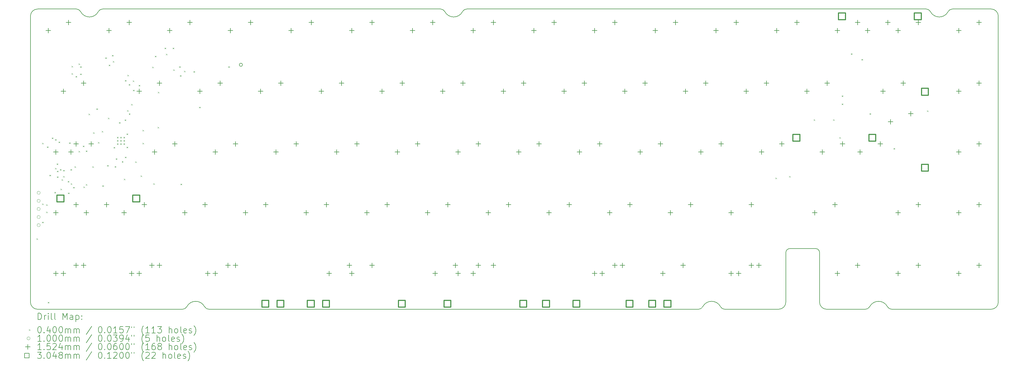
<source format=gbr>
%TF.GenerationSoftware,KiCad,Pcbnew,7.0.2-0*%
%TF.CreationDate,2023-05-06T20:32:24+03:00*%
%TF.ProjectId,rp2040-bakeneko65,72703230-3430-42d6-9261-6b656e656b6f,rev?*%
%TF.SameCoordinates,Original*%
%TF.FileFunction,Drillmap*%
%TF.FilePolarity,Positive*%
%FSLAX45Y45*%
G04 Gerber Fmt 4.5, Leading zero omitted, Abs format (unit mm)*
G04 Created by KiCad (PCBNEW 7.0.2-0) date 2023-05-06 20:32:24*
%MOMM*%
%LPD*%
G01*
G04 APERTURE LIST*
%ADD10C,0.200000*%
%ADD11C,0.040000*%
%ADD12C,0.100000*%
%ADD13C,0.152400*%
%ADD14C,0.304800*%
G04 APERTURE END LIST*
D10*
X5964790Y-17551110D02*
G75*
G03*
X6189789Y-17776110I225000J-1D01*
G01*
X29797289Y-15871109D02*
G75*
G03*
X29672289Y-15996109I-9J-124991D01*
G01*
X6189789Y-8356109D02*
G75*
G03*
X5964789Y-8581110I-9J-224991D01*
G01*
X8229600Y-8356113D02*
G75*
G03*
X8096597Y-8436755I-10J-149987D01*
G01*
X29447289Y-17776110D02*
X27755850Y-17776110D01*
X10738729Y-17776110D02*
X6189789Y-17776110D01*
X26931229Y-17776112D02*
G75*
G03*
X27064232Y-17695464I-9J150012D01*
G01*
X32169979Y-17776110D02*
X30954789Y-17776110D01*
X34207982Y-8436755D02*
G75*
G03*
X34766597Y-8436755I279307J145645D01*
G01*
X30729790Y-17551110D02*
G75*
G03*
X30954789Y-17776110I225000J-1D01*
G01*
X36114789Y-17776109D02*
G75*
G03*
X36339789Y-17551110I-9J225009D01*
G01*
X10738729Y-17776112D02*
G75*
G03*
X10871732Y-17695464I-9J150012D01*
G01*
X18967979Y-8436757D02*
G75*
G03*
X18834979Y-8356109I-132999J-69344D01*
G01*
X29797289Y-15871109D02*
X30604789Y-15871109D01*
X26931229Y-17776110D02*
X11563350Y-17776110D01*
X34074979Y-8356109D02*
X19659600Y-8356109D01*
X30729789Y-15996109D02*
X30729789Y-17551110D01*
X18834979Y-8356109D02*
X8229600Y-8356109D01*
X36114789Y-17776110D02*
X32994600Y-17776110D01*
X32861602Y-17695462D02*
G75*
G03*
X32994600Y-17776110I132998J69342D01*
G01*
X36339791Y-8581110D02*
G75*
G03*
X36114789Y-8356109I-225001J-1D01*
G01*
X7537979Y-8436757D02*
G75*
G03*
X7404979Y-8356109I-132999J-69344D01*
G01*
X11430352Y-17695462D02*
G75*
G03*
X11563350Y-17776110I132998J69342D01*
G01*
X32169979Y-17776112D02*
G75*
G03*
X32302982Y-17695464I-9J150012D01*
G01*
X32861597Y-17695464D02*
G75*
G03*
X32302982Y-17695464I-279307J-145645D01*
G01*
X36114789Y-8356109D02*
X34899600Y-8356109D01*
X27622847Y-17695464D02*
G75*
G03*
X27064232Y-17695464I-279307J-145645D01*
G01*
X29672289Y-15996109D02*
X29672289Y-17551110D01*
X30729790Y-15996109D02*
G75*
G03*
X30604789Y-15871109I-125001J-1D01*
G01*
X7537982Y-8436755D02*
G75*
G03*
X8096596Y-8436755I279307J145645D01*
G01*
X12619789Y-10106110D02*
G75*
G03*
X12619789Y-10106110I-50000J0D01*
G01*
X34899600Y-8356113D02*
G75*
G03*
X34766597Y-8436755I-10J-149987D01*
G01*
X11430347Y-17695464D02*
G75*
G03*
X10871732Y-17695464I-279307J-145645D01*
G01*
X18967982Y-8436755D02*
G75*
G03*
X19526597Y-8436755I279307J145645D01*
G01*
X19659600Y-8356113D02*
G75*
G03*
X19526597Y-8436755I-10J-149987D01*
G01*
X36339789Y-17551110D02*
X36339789Y-8581110D01*
X29447289Y-17776109D02*
G75*
G03*
X29672289Y-17551110I-9J225009D01*
G01*
X27622852Y-17695462D02*
G75*
G03*
X27755850Y-17776110I132998J69342D01*
G01*
X34207979Y-8436757D02*
G75*
G03*
X34074979Y-8356109I-132999J-69344D01*
G01*
X7404979Y-8356109D02*
X6189789Y-8356109D01*
X5964789Y-17551110D02*
X5964789Y-8581110D01*
D11*
X6152200Y-15550200D02*
X6192200Y-15590200D01*
X6192200Y-15550200D02*
X6152200Y-15590200D01*
X6330000Y-12553000D02*
X6370000Y-12593000D01*
X6370000Y-12553000D02*
X6330000Y-12593000D01*
X6330000Y-14458000D02*
X6370000Y-14498000D01*
X6370000Y-14458000D02*
X6330000Y-14498000D01*
X6330000Y-15029500D02*
X6370000Y-15069500D01*
X6370000Y-15029500D02*
X6330000Y-15069500D01*
X6457000Y-14483400D02*
X6497000Y-14523400D01*
X6497000Y-14483400D02*
X6457000Y-14523400D01*
X6457000Y-14712000D02*
X6497000Y-14752000D01*
X6497000Y-14712000D02*
X6457000Y-14752000D01*
X6482400Y-12667300D02*
X6522400Y-12707300D01*
X6522400Y-12667300D02*
X6482400Y-12707300D01*
X6507800Y-17544100D02*
X6547800Y-17584100D01*
X6547800Y-17544100D02*
X6507800Y-17584100D01*
X6558600Y-13556300D02*
X6598600Y-13596300D01*
X6598600Y-13556300D02*
X6558600Y-13596300D01*
X6634800Y-12387900D02*
X6674800Y-12427900D01*
X6674800Y-12387900D02*
X6634800Y-12427900D01*
X6716080Y-14092240D02*
X6756080Y-14132240D01*
X6756080Y-14092240D02*
X6716080Y-14132240D01*
X6736400Y-12438700D02*
X6776400Y-12478700D01*
X6776400Y-12438700D02*
X6736400Y-12478700D01*
X6736400Y-13340400D02*
X6776400Y-13380400D01*
X6776400Y-13340400D02*
X6736400Y-13380400D01*
X6787200Y-13200700D02*
X6827200Y-13240700D01*
X6827200Y-13200700D02*
X6787200Y-13240700D01*
X6799900Y-13429300D02*
X6839900Y-13469300D01*
X6839900Y-13429300D02*
X6799900Y-13469300D01*
X6799900Y-13607100D02*
X6839900Y-13647100D01*
X6839900Y-13607100D02*
X6799900Y-13647100D01*
X6850700Y-12514900D02*
X6890700Y-12554900D01*
X6890700Y-12514900D02*
X6850700Y-12554900D01*
X6888800Y-13378500D02*
X6928800Y-13418500D01*
X6928800Y-13378500D02*
X6888800Y-13418500D01*
X6909650Y-13996250D02*
X6949650Y-14036250D01*
X6949650Y-13996250D02*
X6909650Y-14036250D01*
X6939600Y-13696000D02*
X6979600Y-13736000D01*
X6979600Y-13696000D02*
X6939600Y-13736000D01*
X6990400Y-13403900D02*
X7030400Y-13443900D01*
X7030400Y-13403900D02*
X6990400Y-13443900D01*
X6990400Y-13594400D02*
X7030400Y-13634400D01*
X7030400Y-13594400D02*
X6990400Y-13634400D01*
X7137720Y-13751880D02*
X7177720Y-13791880D01*
X7177720Y-13751880D02*
X7137720Y-13791880D01*
X7142800Y-14115100D02*
X7182800Y-14155100D01*
X7182800Y-14115100D02*
X7142800Y-14155100D01*
X7180900Y-12540300D02*
X7220900Y-12580300D01*
X7220900Y-12540300D02*
X7180900Y-12580300D01*
X7219000Y-13378500D02*
X7259000Y-13418500D01*
X7259000Y-13378500D02*
X7219000Y-13418500D01*
X7231700Y-13823000D02*
X7271700Y-13863000D01*
X7271700Y-13823000D02*
X7231700Y-13863000D01*
X7257100Y-10140000D02*
X7297100Y-10180000D01*
X7297100Y-10140000D02*
X7257100Y-10180000D01*
X7257100Y-10368600D02*
X7297100Y-10408600D01*
X7297100Y-10368600D02*
X7257100Y-10408600D01*
X7307900Y-13937300D02*
X7347900Y-13977300D01*
X7347900Y-13937300D02*
X7307900Y-13977300D01*
X7346000Y-13289600D02*
X7386000Y-13329600D01*
X7386000Y-13289600D02*
X7346000Y-13329600D01*
X7384100Y-10457500D02*
X7424100Y-10497500D01*
X7424100Y-10457500D02*
X7384100Y-10497500D01*
X7473000Y-10063800D02*
X7513000Y-10103800D01*
X7513000Y-10063800D02*
X7473000Y-10103800D01*
X7473000Y-12807000D02*
X7513000Y-12847000D01*
X7513000Y-12807000D02*
X7473000Y-12847000D01*
X7523800Y-10152700D02*
X7563800Y-10192700D01*
X7563800Y-10152700D02*
X7523800Y-10192700D01*
X7523800Y-10381300D02*
X7563800Y-10421300D01*
X7563800Y-10381300D02*
X7523800Y-10421300D01*
X7612700Y-12641900D02*
X7652700Y-12681900D01*
X7652700Y-12641900D02*
X7612700Y-12681900D01*
X7625400Y-13924600D02*
X7665400Y-13964600D01*
X7665400Y-13924600D02*
X7625400Y-13964600D01*
X7701600Y-12794300D02*
X7741600Y-12834300D01*
X7741600Y-12794300D02*
X7701600Y-12834300D01*
X7701600Y-13848400D02*
X7741600Y-13888400D01*
X7741600Y-13848400D02*
X7701600Y-13888400D01*
X7790500Y-11638600D02*
X7830500Y-11678600D01*
X7830500Y-11638600D02*
X7790500Y-11678600D01*
X7904800Y-13289600D02*
X7944800Y-13329600D01*
X7944800Y-13289600D02*
X7904800Y-13329600D01*
X7930200Y-12222800D02*
X7970200Y-12262800D01*
X7970200Y-12222800D02*
X7930200Y-12262800D01*
X8031800Y-11473500D02*
X8071800Y-11513500D01*
X8071800Y-11473500D02*
X8031800Y-11513500D01*
X8082600Y-12527600D02*
X8122600Y-12567600D01*
X8122600Y-12527600D02*
X8082600Y-12567600D01*
X8199701Y-12180773D02*
X8239701Y-12220773D01*
X8239701Y-12180773D02*
X8199701Y-12220773D01*
X8222300Y-13886500D02*
X8262300Y-13926500D01*
X8262300Y-13886500D02*
X8222300Y-13926500D01*
X8311200Y-9873300D02*
X8351200Y-9913300D01*
X8351200Y-9873300D02*
X8311200Y-9913300D01*
X8374700Y-13251500D02*
X8414700Y-13291500D01*
X8414700Y-13251500D02*
X8374700Y-13291500D01*
X8400100Y-11765600D02*
X8440100Y-11805600D01*
X8440100Y-11765600D02*
X8400100Y-11805600D01*
X8425500Y-10101900D02*
X8465500Y-10141900D01*
X8465500Y-10101900D02*
X8425500Y-10141900D01*
X8527100Y-9797100D02*
X8567100Y-9837100D01*
X8567100Y-9797100D02*
X8527100Y-9837100D01*
X8552500Y-9987600D02*
X8592500Y-10027600D01*
X8592500Y-9987600D02*
X8552500Y-10027600D01*
X8575360Y-12685080D02*
X8615360Y-12725080D01*
X8615360Y-12685080D02*
X8575360Y-12725080D01*
X8606101Y-13285673D02*
X8646101Y-13325673D01*
X8646101Y-13285673D02*
X8606101Y-13325673D01*
X8645208Y-13040430D02*
X8685208Y-13080430D01*
X8685208Y-13040430D02*
X8645208Y-13080430D01*
X8682019Y-12366873D02*
X8722019Y-12406873D01*
X8722019Y-12366873D02*
X8682019Y-12406873D01*
X8682019Y-12468473D02*
X8722019Y-12508473D01*
X8722019Y-12468473D02*
X8682019Y-12508473D01*
X8682019Y-12570073D02*
X8722019Y-12610073D01*
X8722019Y-12570073D02*
X8682019Y-12610073D01*
X8745801Y-11905300D02*
X8785801Y-11945300D01*
X8785801Y-11905300D02*
X8745801Y-11945300D01*
X8783619Y-12366873D02*
X8823619Y-12406873D01*
X8823619Y-12366873D02*
X8783619Y-12406873D01*
X8783619Y-12468473D02*
X8823619Y-12508473D01*
X8823619Y-12468473D02*
X8783619Y-12508473D01*
X8783619Y-12570073D02*
X8823619Y-12610073D01*
X8823619Y-12570073D02*
X8783619Y-12610073D01*
X8834419Y-13128873D02*
X8874419Y-13168873D01*
X8874419Y-13128873D02*
X8834419Y-13168873D01*
X8885219Y-12366873D02*
X8925219Y-12406873D01*
X8925219Y-12366873D02*
X8885219Y-12406873D01*
X8885219Y-12468473D02*
X8925219Y-12508473D01*
X8925219Y-12468473D02*
X8885219Y-12508473D01*
X8885219Y-12570073D02*
X8925219Y-12610073D01*
X8925219Y-12570073D02*
X8885219Y-12610073D01*
X8898201Y-13679373D02*
X8938201Y-13719373D01*
X8938201Y-13679373D02*
X8898201Y-13719373D01*
X8920800Y-11821480D02*
X8960800Y-11861480D01*
X8960800Y-11821480D02*
X8920800Y-11861480D01*
X8927975Y-12990325D02*
X8967975Y-13030325D01*
X8967975Y-12990325D02*
X8927975Y-13030325D01*
X8933500Y-10584500D02*
X8973500Y-10624500D01*
X8973500Y-10584500D02*
X8933500Y-10624500D01*
X8984300Y-12260900D02*
X9024300Y-12300900D01*
X9024300Y-12260900D02*
X8984300Y-12300900D01*
X8984300Y-12676073D02*
X9024300Y-12716073D01*
X9024300Y-12676073D02*
X8984300Y-12716073D01*
X8997000Y-11526840D02*
X9037000Y-11566840D01*
X9037000Y-11526840D02*
X8997000Y-11566840D01*
X9009700Y-10419400D02*
X9049700Y-10459400D01*
X9049700Y-10419400D02*
X9009700Y-10459400D01*
X9047800Y-10711500D02*
X9087800Y-10751500D01*
X9087800Y-10711500D02*
X9047800Y-10751500D01*
X9052880Y-11633520D02*
X9092880Y-11673520D01*
X9092880Y-11633520D02*
X9052880Y-11673520D01*
X9124000Y-11333800D02*
X9164000Y-11373800D01*
X9164000Y-11333800D02*
X9124000Y-11373800D01*
X9174800Y-10597200D02*
X9214800Y-10637200D01*
X9214800Y-10597200D02*
X9174800Y-10637200D01*
X9187500Y-10889300D02*
X9227500Y-10929300D01*
X9227500Y-10889300D02*
X9187500Y-10929300D01*
X9251000Y-13137200D02*
X9291000Y-13177200D01*
X9291000Y-13137200D02*
X9251000Y-13177200D01*
X9365300Y-10736900D02*
X9405300Y-10776900D01*
X9405300Y-10736900D02*
X9365300Y-10776900D01*
X9418901Y-13577773D02*
X9458901Y-13617773D01*
X9458901Y-13577773D02*
X9418901Y-13617773D01*
X9479600Y-12146600D02*
X9519600Y-12186600D01*
X9519600Y-12146600D02*
X9479600Y-12186600D01*
X9481659Y-12550941D02*
X9521659Y-12590941D01*
X9521659Y-12550941D02*
X9481659Y-12590941D01*
X9784400Y-10165400D02*
X9824400Y-10205400D01*
X9824400Y-10165400D02*
X9784400Y-10205400D01*
X9822500Y-13823000D02*
X9862500Y-13863000D01*
X9862500Y-13823000D02*
X9822500Y-13863000D01*
X9873300Y-9822500D02*
X9913300Y-9862500D01*
X9913300Y-9822500D02*
X9873300Y-9862500D01*
X9957120Y-12055160D02*
X9997120Y-12095160D01*
X9997120Y-12055160D02*
X9957120Y-12095160D01*
X9962200Y-10952800D02*
X10002200Y-10992800D01*
X10002200Y-10952800D02*
X9962200Y-10992800D01*
X10178100Y-9568500D02*
X10218100Y-9608500D01*
X10218100Y-9568500D02*
X10178100Y-9608500D01*
X10216200Y-9759000D02*
X10256200Y-9799000D01*
X10256200Y-9759000D02*
X10216200Y-9799000D01*
X10432100Y-9568500D02*
X10472100Y-9608500D01*
X10472100Y-9568500D02*
X10432100Y-9608500D01*
X10444800Y-10251250D02*
X10484800Y-10291250D01*
X10484800Y-10251250D02*
X10444800Y-10291250D01*
X10635300Y-10152700D02*
X10675300Y-10192700D01*
X10675300Y-10152700D02*
X10635300Y-10192700D01*
X10660700Y-10432100D02*
X10700700Y-10472100D01*
X10700700Y-10432100D02*
X10660700Y-10472100D01*
X10673400Y-13835700D02*
X10713400Y-13875700D01*
X10713400Y-13835700D02*
X10673400Y-13875700D01*
X10787700Y-10292400D02*
X10827700Y-10332400D01*
X10827700Y-10292400D02*
X10787700Y-10332400D01*
X11079800Y-10305100D02*
X11119800Y-10345100D01*
X11119800Y-10305100D02*
X11079800Y-10345100D01*
X11257600Y-11422700D02*
X11297600Y-11462700D01*
X11297600Y-11422700D02*
X11257600Y-11462700D01*
X12172000Y-10152700D02*
X12212000Y-10192700D01*
X12212000Y-10152700D02*
X12172000Y-10192700D01*
X29342400Y-13645200D02*
X29382400Y-13685200D01*
X29382400Y-13645200D02*
X29342400Y-13685200D01*
X29774200Y-13594400D02*
X29814200Y-13634400D01*
X29814200Y-13594400D02*
X29774200Y-13634400D01*
X30548900Y-11816400D02*
X30588900Y-11856400D01*
X30588900Y-11816400D02*
X30548900Y-11856400D01*
X31158500Y-11816400D02*
X31198500Y-11856400D01*
X31198500Y-11816400D02*
X31158500Y-11856400D01*
X31349000Y-12375200D02*
X31389000Y-12415200D01*
X31389000Y-12375200D02*
X31349000Y-12415200D01*
X31425200Y-11067100D02*
X31465200Y-11107100D01*
X31465200Y-11067100D02*
X31425200Y-11107100D01*
X31425200Y-11321100D02*
X31465200Y-11361100D01*
X31465200Y-11321100D02*
X31425200Y-11361100D01*
X31717300Y-9746300D02*
X31757300Y-9786300D01*
X31757300Y-9746300D02*
X31717300Y-9786300D01*
X32047500Y-9924100D02*
X32087500Y-9964100D01*
X32087500Y-9924100D02*
X32047500Y-9964100D01*
X32301500Y-11625900D02*
X32341500Y-11665900D01*
X32341500Y-11625900D02*
X32301500Y-11665900D01*
X33050800Y-12718100D02*
X33090800Y-12758100D01*
X33090800Y-12718100D02*
X33050800Y-12758100D01*
X34104900Y-11537000D02*
X34144900Y-11577000D01*
X34144900Y-11537000D02*
X34104900Y-11577000D01*
D12*
X6273000Y-14122400D02*
G75*
G03*
X6273000Y-14122400I-50000J0D01*
G01*
X6273000Y-14376400D02*
G75*
G03*
X6273000Y-14376400I-50000J0D01*
G01*
X6273000Y-14630400D02*
G75*
G03*
X6273000Y-14630400I-50000J0D01*
G01*
X6273000Y-14884400D02*
G75*
G03*
X6273000Y-14884400I-50000J0D01*
G01*
X6273000Y-15138400D02*
G75*
G03*
X6273000Y-15138400I-50000J0D01*
G01*
D13*
X6524625Y-8956675D02*
X6524625Y-9109075D01*
X6448425Y-9032875D02*
X6600825Y-9032875D01*
X6762750Y-12766675D02*
X6762750Y-12919075D01*
X6686550Y-12842875D02*
X6838950Y-12842875D01*
X6762750Y-14671675D02*
X6762750Y-14824075D01*
X6686550Y-14747875D02*
X6838950Y-14747875D01*
X6762750Y-16576675D02*
X6762750Y-16729075D01*
X6686550Y-16652875D02*
X6838950Y-16652875D01*
X7000875Y-10861675D02*
X7000875Y-11014075D01*
X6924675Y-10937875D02*
X7077075Y-10937875D01*
X7000875Y-16576675D02*
X7000875Y-16729075D01*
X6924675Y-16652875D02*
X7077075Y-16652875D01*
X7159625Y-8702675D02*
X7159625Y-8855075D01*
X7083425Y-8778875D02*
X7235825Y-8778875D01*
X7239000Y-12766675D02*
X7239000Y-12919075D01*
X7162800Y-12842875D02*
X7315200Y-12842875D01*
X7397750Y-12512675D02*
X7397750Y-12665075D01*
X7321550Y-12588875D02*
X7473950Y-12588875D01*
X7397750Y-14417675D02*
X7397750Y-14570075D01*
X7321550Y-14493875D02*
X7473950Y-14493875D01*
X7397750Y-16322675D02*
X7397750Y-16475075D01*
X7321550Y-16398875D02*
X7473950Y-16398875D01*
X7635875Y-10607675D02*
X7635875Y-10760075D01*
X7559675Y-10683875D02*
X7712075Y-10683875D01*
X7635875Y-16322675D02*
X7635875Y-16475075D01*
X7559675Y-16398875D02*
X7712075Y-16398875D01*
X7715250Y-14671675D02*
X7715250Y-14824075D01*
X7639050Y-14747875D02*
X7791450Y-14747875D01*
X7874000Y-12512675D02*
X7874000Y-12665075D01*
X7797800Y-12588875D02*
X7950200Y-12588875D01*
X8350250Y-14417675D02*
X8350250Y-14570075D01*
X8274050Y-14493875D02*
X8426450Y-14493875D01*
X8429625Y-8956675D02*
X8429625Y-9109075D01*
X8353425Y-9032875D02*
X8505825Y-9032875D01*
X8905875Y-14671675D02*
X8905875Y-14824075D01*
X8829675Y-14747875D02*
X8982075Y-14747875D01*
X9064625Y-8702675D02*
X9064625Y-8855075D01*
X8988425Y-8778875D02*
X9140825Y-8778875D01*
X9144000Y-16576675D02*
X9144000Y-16729075D01*
X9067800Y-16652875D02*
X9220200Y-16652875D01*
X9382125Y-10861675D02*
X9382125Y-11014075D01*
X9305925Y-10937875D02*
X9458325Y-10937875D01*
X9382125Y-16576675D02*
X9382125Y-16729075D01*
X9305925Y-16652875D02*
X9458325Y-16652875D01*
X9540875Y-14417675D02*
X9540875Y-14570075D01*
X9464675Y-14493875D02*
X9617075Y-14493875D01*
X9779000Y-16322675D02*
X9779000Y-16475075D01*
X9702800Y-16398875D02*
X9855200Y-16398875D01*
X9858375Y-12766675D02*
X9858375Y-12919075D01*
X9782175Y-12842875D02*
X9934575Y-12842875D01*
X10017125Y-10607675D02*
X10017125Y-10760075D01*
X9940925Y-10683875D02*
X10093325Y-10683875D01*
X10017125Y-16322675D02*
X10017125Y-16475075D01*
X9940925Y-16398875D02*
X10093325Y-16398875D01*
X10334625Y-8956675D02*
X10334625Y-9109075D01*
X10258425Y-9032875D02*
X10410825Y-9032875D01*
X10493375Y-12512675D02*
X10493375Y-12665075D01*
X10417175Y-12588875D02*
X10569575Y-12588875D01*
X10810875Y-14671675D02*
X10810875Y-14824075D01*
X10734675Y-14747875D02*
X10887075Y-14747875D01*
X10969625Y-8702675D02*
X10969625Y-8855075D01*
X10893425Y-8778875D02*
X11045825Y-8778875D01*
X11287125Y-10861675D02*
X11287125Y-11014075D01*
X11210925Y-10937875D02*
X11363325Y-10937875D01*
X11445875Y-14417675D02*
X11445875Y-14570075D01*
X11369675Y-14493875D02*
X11522075Y-14493875D01*
X11525250Y-16576675D02*
X11525250Y-16729075D01*
X11449050Y-16652875D02*
X11601450Y-16652875D01*
X11763375Y-12766675D02*
X11763375Y-12919075D01*
X11687175Y-12842875D02*
X11839575Y-12842875D01*
X11763375Y-16576675D02*
X11763375Y-16729075D01*
X11687175Y-16652875D02*
X11839575Y-16652875D01*
X11922125Y-10607675D02*
X11922125Y-10760075D01*
X11845925Y-10683875D02*
X11998325Y-10683875D01*
X12160250Y-16322675D02*
X12160250Y-16475075D01*
X12084050Y-16398875D02*
X12236450Y-16398875D01*
X12239625Y-8956675D02*
X12239625Y-9109075D01*
X12163425Y-9032875D02*
X12315825Y-9032875D01*
X12398375Y-12512675D02*
X12398375Y-12665075D01*
X12322175Y-12588875D02*
X12474575Y-12588875D01*
X12398375Y-16322675D02*
X12398375Y-16475075D01*
X12322175Y-16398875D02*
X12474575Y-16398875D01*
X12715875Y-14671675D02*
X12715875Y-14824075D01*
X12639675Y-14747875D02*
X12792075Y-14747875D01*
X12874625Y-8702675D02*
X12874625Y-8855075D01*
X12798425Y-8778875D02*
X12950825Y-8778875D01*
X13192125Y-10861675D02*
X13192125Y-11014075D01*
X13115925Y-10937875D02*
X13268325Y-10937875D01*
X13350875Y-14417675D02*
X13350875Y-14570075D01*
X13274675Y-14493875D02*
X13427075Y-14493875D01*
X13668375Y-12766675D02*
X13668375Y-12919075D01*
X13592175Y-12842875D02*
X13744575Y-12842875D01*
X13827125Y-10607675D02*
X13827125Y-10760075D01*
X13750925Y-10683875D02*
X13903325Y-10683875D01*
X14144625Y-8956675D02*
X14144625Y-9109075D01*
X14068425Y-9032875D02*
X14220825Y-9032875D01*
X14303375Y-12512675D02*
X14303375Y-12665075D01*
X14227175Y-12588875D02*
X14379575Y-12588875D01*
X14620875Y-14671675D02*
X14620875Y-14824075D01*
X14544675Y-14747875D02*
X14697075Y-14747875D01*
X14779625Y-8702675D02*
X14779625Y-8855075D01*
X14703425Y-8778875D02*
X14855825Y-8778875D01*
X15097125Y-10861675D02*
X15097125Y-11014075D01*
X15020925Y-10937875D02*
X15173325Y-10937875D01*
X15255875Y-14417675D02*
X15255875Y-14570075D01*
X15179675Y-14493875D02*
X15332075Y-14493875D01*
X15335250Y-16576675D02*
X15335250Y-16729075D01*
X15259050Y-16652875D02*
X15411450Y-16652875D01*
X15573375Y-12766675D02*
X15573375Y-12919075D01*
X15497175Y-12842875D02*
X15649575Y-12842875D01*
X15732125Y-10607675D02*
X15732125Y-10760075D01*
X15655925Y-10683875D02*
X15808325Y-10683875D01*
X15970250Y-16322675D02*
X15970250Y-16475075D01*
X15894050Y-16398875D02*
X16046450Y-16398875D01*
X16049625Y-8956675D02*
X16049625Y-9109075D01*
X15973425Y-9032875D02*
X16125825Y-9032875D01*
X16049625Y-16576675D02*
X16049625Y-16729075D01*
X15973425Y-16652875D02*
X16125825Y-16652875D01*
X16208375Y-12512675D02*
X16208375Y-12665075D01*
X16132175Y-12588875D02*
X16284575Y-12588875D01*
X16525875Y-14671675D02*
X16525875Y-14824075D01*
X16449675Y-14747875D02*
X16602075Y-14747875D01*
X16684625Y-8702675D02*
X16684625Y-8855075D01*
X16608425Y-8778875D02*
X16760825Y-8778875D01*
X16684625Y-16322675D02*
X16684625Y-16475075D01*
X16608425Y-16398875D02*
X16760825Y-16398875D01*
X17002125Y-10861675D02*
X17002125Y-11014075D01*
X16925925Y-10937875D02*
X17078325Y-10937875D01*
X17160875Y-14417675D02*
X17160875Y-14570075D01*
X17084675Y-14493875D02*
X17237075Y-14493875D01*
X17478375Y-12766675D02*
X17478375Y-12919075D01*
X17402175Y-12842875D02*
X17554575Y-12842875D01*
X17637125Y-10607675D02*
X17637125Y-10760075D01*
X17560925Y-10683875D02*
X17713325Y-10683875D01*
X17954625Y-8956675D02*
X17954625Y-9109075D01*
X17878425Y-9032875D02*
X18030825Y-9032875D01*
X18113375Y-12512675D02*
X18113375Y-12665075D01*
X18037175Y-12588875D02*
X18189575Y-12588875D01*
X18430875Y-14671675D02*
X18430875Y-14824075D01*
X18354675Y-14747875D02*
X18507075Y-14747875D01*
X18589625Y-8702675D02*
X18589625Y-8855075D01*
X18513425Y-8778875D02*
X18665825Y-8778875D01*
X18669000Y-16576675D02*
X18669000Y-16729075D01*
X18592800Y-16652875D02*
X18745200Y-16652875D01*
X18907125Y-10861675D02*
X18907125Y-11014075D01*
X18830925Y-10937875D02*
X18983325Y-10937875D01*
X19065875Y-14417675D02*
X19065875Y-14570075D01*
X18989675Y-14493875D02*
X19142075Y-14493875D01*
X19304000Y-16322675D02*
X19304000Y-16475075D01*
X19227800Y-16398875D02*
X19380200Y-16398875D01*
X19383375Y-12766675D02*
X19383375Y-12919075D01*
X19307175Y-12842875D02*
X19459575Y-12842875D01*
X19383375Y-16576675D02*
X19383375Y-16729075D01*
X19307175Y-16652875D02*
X19459575Y-16652875D01*
X19542125Y-10607675D02*
X19542125Y-10760075D01*
X19465925Y-10683875D02*
X19618325Y-10683875D01*
X19859625Y-8956675D02*
X19859625Y-9109075D01*
X19783425Y-9032875D02*
X19935825Y-9032875D01*
X19859625Y-16576675D02*
X19859625Y-16729075D01*
X19783425Y-16652875D02*
X19935825Y-16652875D01*
X20018375Y-12512675D02*
X20018375Y-12665075D01*
X19942175Y-12588875D02*
X20094575Y-12588875D01*
X20018375Y-16322675D02*
X20018375Y-16475075D01*
X19942175Y-16398875D02*
X20094575Y-16398875D01*
X20335875Y-14671675D02*
X20335875Y-14824075D01*
X20259675Y-14747875D02*
X20412075Y-14747875D01*
X20494625Y-8702675D02*
X20494625Y-8855075D01*
X20418425Y-8778875D02*
X20570825Y-8778875D01*
X20494625Y-16322675D02*
X20494625Y-16475075D01*
X20418425Y-16398875D02*
X20570825Y-16398875D01*
X20812125Y-10861675D02*
X20812125Y-11014075D01*
X20735925Y-10937875D02*
X20888325Y-10937875D01*
X20970875Y-14417675D02*
X20970875Y-14570075D01*
X20894675Y-14493875D02*
X21047075Y-14493875D01*
X21288375Y-12766675D02*
X21288375Y-12919075D01*
X21212175Y-12842875D02*
X21364575Y-12842875D01*
X21447125Y-10607675D02*
X21447125Y-10760075D01*
X21370925Y-10683875D02*
X21523325Y-10683875D01*
X21764625Y-8956675D02*
X21764625Y-9109075D01*
X21688425Y-9032875D02*
X21840825Y-9032875D01*
X21923375Y-12512675D02*
X21923375Y-12665075D01*
X21847175Y-12588875D02*
X21999575Y-12588875D01*
X22240875Y-14671675D02*
X22240875Y-14824075D01*
X22164675Y-14747875D02*
X22317075Y-14747875D01*
X22399625Y-8702675D02*
X22399625Y-8855075D01*
X22323425Y-8778875D02*
X22475825Y-8778875D01*
X22717125Y-10861675D02*
X22717125Y-11014075D01*
X22640925Y-10937875D02*
X22793325Y-10937875D01*
X22875875Y-14417675D02*
X22875875Y-14570075D01*
X22799675Y-14493875D02*
X22952075Y-14493875D01*
X23193375Y-12766675D02*
X23193375Y-12919075D01*
X23117175Y-12842875D02*
X23269575Y-12842875D01*
X23352125Y-10607675D02*
X23352125Y-10760075D01*
X23275925Y-10683875D02*
X23428325Y-10683875D01*
X23669625Y-8956675D02*
X23669625Y-9109075D01*
X23593425Y-9032875D02*
X23745825Y-9032875D01*
X23669625Y-16576675D02*
X23669625Y-16729075D01*
X23593425Y-16652875D02*
X23745825Y-16652875D01*
X23828375Y-12512675D02*
X23828375Y-12665075D01*
X23752175Y-12588875D02*
X23904575Y-12588875D01*
X23907750Y-16576675D02*
X23907750Y-16729075D01*
X23831550Y-16652875D02*
X23983950Y-16652875D01*
X24145875Y-14671675D02*
X24145875Y-14824075D01*
X24069675Y-14747875D02*
X24222075Y-14747875D01*
X24304625Y-8702675D02*
X24304625Y-8855075D01*
X24228425Y-8778875D02*
X24380825Y-8778875D01*
X24304625Y-16322675D02*
X24304625Y-16475075D01*
X24228425Y-16398875D02*
X24380825Y-16398875D01*
X24542750Y-16322675D02*
X24542750Y-16475075D01*
X24466550Y-16398875D02*
X24618950Y-16398875D01*
X24622125Y-10861675D02*
X24622125Y-11014075D01*
X24545925Y-10937875D02*
X24698325Y-10937875D01*
X24780875Y-14417675D02*
X24780875Y-14570075D01*
X24704675Y-14493875D02*
X24857075Y-14493875D01*
X25098375Y-12766675D02*
X25098375Y-12919075D01*
X25022175Y-12842875D02*
X25174575Y-12842875D01*
X25257125Y-10607675D02*
X25257125Y-10760075D01*
X25180925Y-10683875D02*
X25333325Y-10683875D01*
X25574625Y-8956675D02*
X25574625Y-9109075D01*
X25498425Y-9032875D02*
X25650825Y-9032875D01*
X25733375Y-12512675D02*
X25733375Y-12665075D01*
X25657175Y-12588875D02*
X25809575Y-12588875D01*
X25812750Y-16576675D02*
X25812750Y-16729075D01*
X25736550Y-16652875D02*
X25888950Y-16652875D01*
X26050875Y-14671675D02*
X26050875Y-14824075D01*
X25974675Y-14747875D02*
X26127075Y-14747875D01*
X26209625Y-8702675D02*
X26209625Y-8855075D01*
X26133425Y-8778875D02*
X26285825Y-8778875D01*
X26447750Y-16322675D02*
X26447750Y-16475075D01*
X26371550Y-16398875D02*
X26523950Y-16398875D01*
X26527125Y-10861675D02*
X26527125Y-11014075D01*
X26450925Y-10937875D02*
X26603325Y-10937875D01*
X26685875Y-14417675D02*
X26685875Y-14570075D01*
X26609675Y-14493875D02*
X26762075Y-14493875D01*
X27003375Y-12766675D02*
X27003375Y-12919075D01*
X26927175Y-12842875D02*
X27079575Y-12842875D01*
X27162125Y-10607675D02*
X27162125Y-10760075D01*
X27085925Y-10683875D02*
X27238325Y-10683875D01*
X27479625Y-8956675D02*
X27479625Y-9109075D01*
X27403425Y-9032875D02*
X27555825Y-9032875D01*
X27638375Y-12512675D02*
X27638375Y-12665075D01*
X27562175Y-12588875D02*
X27714575Y-12588875D01*
X27955875Y-14671675D02*
X27955875Y-14824075D01*
X27879675Y-14747875D02*
X28032075Y-14747875D01*
X27955875Y-16576675D02*
X27955875Y-16729075D01*
X27879675Y-16652875D02*
X28032075Y-16652875D01*
X28114625Y-8702675D02*
X28114625Y-8855075D01*
X28038425Y-8778875D02*
X28190825Y-8778875D01*
X28194000Y-16576675D02*
X28194000Y-16729075D01*
X28117800Y-16652875D02*
X28270200Y-16652875D01*
X28432125Y-10861675D02*
X28432125Y-11014075D01*
X28355925Y-10937875D02*
X28508325Y-10937875D01*
X28590875Y-14417675D02*
X28590875Y-14570075D01*
X28514675Y-14493875D02*
X28667075Y-14493875D01*
X28590875Y-16322675D02*
X28590875Y-16475075D01*
X28514675Y-16398875D02*
X28667075Y-16398875D01*
X28829000Y-16322675D02*
X28829000Y-16475075D01*
X28752800Y-16398875D02*
X28905200Y-16398875D01*
X28908375Y-12766675D02*
X28908375Y-12919075D01*
X28832175Y-12842875D02*
X28984575Y-12842875D01*
X29067125Y-10607675D02*
X29067125Y-10760075D01*
X28990925Y-10683875D02*
X29143325Y-10683875D01*
X29384625Y-8956675D02*
X29384625Y-9109075D01*
X29308425Y-9032875D02*
X29460825Y-9032875D01*
X29543375Y-12512675D02*
X29543375Y-12665075D01*
X29467175Y-12588875D02*
X29619575Y-12588875D01*
X30019625Y-8702675D02*
X30019625Y-8855075D01*
X29943425Y-8778875D02*
X30095825Y-8778875D01*
X30337125Y-10861675D02*
X30337125Y-11014075D01*
X30260925Y-10937875D02*
X30413325Y-10937875D01*
X30575250Y-14671675D02*
X30575250Y-14824075D01*
X30499050Y-14747875D02*
X30651450Y-14747875D01*
X30813375Y-12766675D02*
X30813375Y-12919075D01*
X30737175Y-12842875D02*
X30889575Y-12842875D01*
X30972125Y-10607675D02*
X30972125Y-10760075D01*
X30895925Y-10683875D02*
X31048325Y-10683875D01*
X31210250Y-14417675D02*
X31210250Y-14570075D01*
X31134050Y-14493875D02*
X31286450Y-14493875D01*
X31289625Y-8956675D02*
X31289625Y-9109075D01*
X31213425Y-9032875D02*
X31365825Y-9032875D01*
X31289625Y-16576675D02*
X31289625Y-16729075D01*
X31213425Y-16652875D02*
X31365825Y-16652875D01*
X31448375Y-12512675D02*
X31448375Y-12665075D01*
X31372175Y-12588875D02*
X31524575Y-12588875D01*
X31924625Y-8702675D02*
X31924625Y-8855075D01*
X31848425Y-8778875D02*
X32000825Y-8778875D01*
X31924625Y-16322675D02*
X31924625Y-16475075D01*
X31848425Y-16398875D02*
X32000825Y-16398875D01*
X32004000Y-12766675D02*
X32004000Y-12919075D01*
X31927800Y-12842875D02*
X32080200Y-12842875D01*
X32242125Y-8956675D02*
X32242125Y-9109075D01*
X32165925Y-9032875D02*
X32318325Y-9032875D01*
X32639000Y-12512675D02*
X32639000Y-12665075D01*
X32562800Y-12588875D02*
X32715200Y-12588875D01*
X32718375Y-10861675D02*
X32718375Y-11014075D01*
X32642175Y-10937875D02*
X32794575Y-10937875D01*
X32877125Y-8702675D02*
X32877125Y-8855075D01*
X32800925Y-8778875D02*
X32953325Y-8778875D01*
X32956500Y-11814175D02*
X32956500Y-11966575D01*
X32880300Y-11890375D02*
X33032700Y-11890375D01*
X33194625Y-14671675D02*
X33194625Y-14824075D01*
X33118425Y-14747875D02*
X33270825Y-14747875D01*
X33194625Y-16576675D02*
X33194625Y-16729075D01*
X33118425Y-16652875D02*
X33270825Y-16652875D01*
X33197800Y-8953500D02*
X33197800Y-9105900D01*
X33121600Y-9029700D02*
X33274000Y-9029700D01*
X33353375Y-10607675D02*
X33353375Y-10760075D01*
X33277175Y-10683875D02*
X33429575Y-10683875D01*
X33591500Y-11560175D02*
X33591500Y-11712575D01*
X33515300Y-11636375D02*
X33667700Y-11636375D01*
X33829625Y-14417675D02*
X33829625Y-14570075D01*
X33753425Y-14493875D02*
X33905825Y-14493875D01*
X33829625Y-16322675D02*
X33829625Y-16475075D01*
X33753425Y-16398875D02*
X33905825Y-16398875D01*
X33832800Y-8699500D02*
X33832800Y-8851900D01*
X33756600Y-8775700D02*
X33909000Y-8775700D01*
X35099625Y-10861675D02*
X35099625Y-11014075D01*
X35023425Y-10937875D02*
X35175825Y-10937875D01*
X35099625Y-12766675D02*
X35099625Y-12919075D01*
X35023425Y-12842875D02*
X35175825Y-12842875D01*
X35099625Y-14671675D02*
X35099625Y-14824075D01*
X35023425Y-14747875D02*
X35175825Y-14747875D01*
X35099625Y-16576675D02*
X35099625Y-16729075D01*
X35023425Y-16652875D02*
X35175825Y-16652875D01*
X35102800Y-8953500D02*
X35102800Y-9105900D01*
X35026600Y-9029700D02*
X35179000Y-9029700D01*
X35734625Y-10607675D02*
X35734625Y-10760075D01*
X35658425Y-10683875D02*
X35810825Y-10683875D01*
X35734625Y-12512675D02*
X35734625Y-12665075D01*
X35658425Y-12588875D02*
X35810825Y-12588875D01*
X35734625Y-14417675D02*
X35734625Y-14570075D01*
X35658425Y-14493875D02*
X35810825Y-14493875D01*
X35734625Y-16322675D02*
X35734625Y-16475075D01*
X35658425Y-16398875D02*
X35810825Y-16398875D01*
X35737800Y-8699500D02*
X35737800Y-8851900D01*
X35661600Y-8775700D02*
X35814000Y-8775700D01*
D14*
X7013389Y-14411139D02*
X7013389Y-14195611D01*
X6797861Y-14195611D01*
X6797861Y-14411139D01*
X7013389Y-14411139D01*
X9394639Y-14411139D02*
X9394639Y-14195611D01*
X9179111Y-14195611D01*
X9179111Y-14411139D01*
X9394639Y-14411139D01*
X13442764Y-17713139D02*
X13442764Y-17497611D01*
X13227236Y-17497611D01*
X13227236Y-17713139D01*
X13442764Y-17713139D01*
X13919014Y-17713139D02*
X13919014Y-17497611D01*
X13703486Y-17497611D01*
X13703486Y-17713139D01*
X13919014Y-17713139D01*
X14871514Y-17713139D02*
X14871514Y-17497611D01*
X14655986Y-17497611D01*
X14655986Y-17713139D01*
X14871514Y-17713139D01*
X15347764Y-17713139D02*
X15347764Y-17497611D01*
X15132236Y-17497611D01*
X15132236Y-17713139D01*
X15347764Y-17713139D01*
X17729014Y-17713139D02*
X17729014Y-17497611D01*
X17513486Y-17497611D01*
X17513486Y-17713139D01*
X17729014Y-17713139D01*
X17729014Y-17713139D02*
X17729014Y-17497611D01*
X17513486Y-17497611D01*
X17513486Y-17713139D01*
X17729014Y-17713139D01*
X19157764Y-17713139D02*
X19157764Y-17497611D01*
X18942236Y-17497611D01*
X18942236Y-17713139D01*
X19157764Y-17713139D01*
X21539014Y-17713139D02*
X21539014Y-17497611D01*
X21323486Y-17497611D01*
X21323486Y-17713139D01*
X21539014Y-17713139D01*
X22253389Y-17713139D02*
X22253389Y-17497611D01*
X22037861Y-17497611D01*
X22037861Y-17713139D01*
X22253389Y-17713139D01*
X23205889Y-17713139D02*
X23205889Y-17497611D01*
X22990361Y-17497611D01*
X22990361Y-17713139D01*
X23205889Y-17713139D01*
X24872764Y-17713139D02*
X24872764Y-17497611D01*
X24657236Y-17497611D01*
X24657236Y-17713139D01*
X24872764Y-17713139D01*
X24872764Y-17713139D02*
X24872764Y-17497611D01*
X24657236Y-17497611D01*
X24657236Y-17713139D01*
X24872764Y-17713139D01*
X25587139Y-17713139D02*
X25587139Y-17497611D01*
X25371611Y-17497611D01*
X25371611Y-17713139D01*
X25587139Y-17713139D01*
X26063389Y-17713139D02*
X26063389Y-17497611D01*
X25847861Y-17497611D01*
X25847861Y-17713139D01*
X26063389Y-17713139D01*
X30111514Y-12506139D02*
X30111514Y-12290611D01*
X29895986Y-12290611D01*
X29895986Y-12506139D01*
X30111514Y-12506139D01*
X31540264Y-8692964D02*
X31540264Y-8477436D01*
X31324736Y-8477436D01*
X31324736Y-8692964D01*
X31540264Y-8692964D01*
X32492764Y-12506139D02*
X32492764Y-12290611D01*
X32277236Y-12290611D01*
X32277236Y-12506139D01*
X32492764Y-12506139D01*
X33921514Y-8692964D02*
X33921514Y-8477436D01*
X33705986Y-8477436D01*
X33705986Y-8692964D01*
X33921514Y-8692964D01*
X34143764Y-11061514D02*
X34143764Y-10845986D01*
X33928236Y-10845986D01*
X33928236Y-11061514D01*
X34143764Y-11061514D01*
X34143764Y-13442764D02*
X34143764Y-13227236D01*
X33928236Y-13227236D01*
X33928236Y-13442764D01*
X34143764Y-13442764D01*
D10*
X6202408Y-18098633D02*
X6202408Y-17898633D01*
X6202408Y-17898633D02*
X6250027Y-17898633D01*
X6250027Y-17898633D02*
X6278599Y-17908157D01*
X6278599Y-17908157D02*
X6297646Y-17927205D01*
X6297646Y-17927205D02*
X6307170Y-17946252D01*
X6307170Y-17946252D02*
X6316694Y-17984348D01*
X6316694Y-17984348D02*
X6316694Y-18012919D01*
X6316694Y-18012919D02*
X6307170Y-18051014D01*
X6307170Y-18051014D02*
X6297646Y-18070062D01*
X6297646Y-18070062D02*
X6278599Y-18089110D01*
X6278599Y-18089110D02*
X6250027Y-18098633D01*
X6250027Y-18098633D02*
X6202408Y-18098633D01*
X6402408Y-18098633D02*
X6402408Y-17965300D01*
X6402408Y-18003395D02*
X6411932Y-17984348D01*
X6411932Y-17984348D02*
X6421456Y-17974824D01*
X6421456Y-17974824D02*
X6440504Y-17965300D01*
X6440504Y-17965300D02*
X6459551Y-17965300D01*
X6526218Y-18098633D02*
X6526218Y-17965300D01*
X6526218Y-17898633D02*
X6516694Y-17908157D01*
X6516694Y-17908157D02*
X6526218Y-17917681D01*
X6526218Y-17917681D02*
X6535742Y-17908157D01*
X6535742Y-17908157D02*
X6526218Y-17898633D01*
X6526218Y-17898633D02*
X6526218Y-17917681D01*
X6650027Y-18098633D02*
X6630980Y-18089110D01*
X6630980Y-18089110D02*
X6621456Y-18070062D01*
X6621456Y-18070062D02*
X6621456Y-17898633D01*
X6754789Y-18098633D02*
X6735742Y-18089110D01*
X6735742Y-18089110D02*
X6726218Y-18070062D01*
X6726218Y-18070062D02*
X6726218Y-17898633D01*
X6983361Y-18098633D02*
X6983361Y-17898633D01*
X6983361Y-17898633D02*
X7050027Y-18041490D01*
X7050027Y-18041490D02*
X7116694Y-17898633D01*
X7116694Y-17898633D02*
X7116694Y-18098633D01*
X7297646Y-18098633D02*
X7297646Y-17993871D01*
X7297646Y-17993871D02*
X7288123Y-17974824D01*
X7288123Y-17974824D02*
X7269075Y-17965300D01*
X7269075Y-17965300D02*
X7230980Y-17965300D01*
X7230980Y-17965300D02*
X7211932Y-17974824D01*
X7297646Y-18089110D02*
X7278599Y-18098633D01*
X7278599Y-18098633D02*
X7230980Y-18098633D01*
X7230980Y-18098633D02*
X7211932Y-18089110D01*
X7211932Y-18089110D02*
X7202408Y-18070062D01*
X7202408Y-18070062D02*
X7202408Y-18051014D01*
X7202408Y-18051014D02*
X7211932Y-18031967D01*
X7211932Y-18031967D02*
X7230980Y-18022443D01*
X7230980Y-18022443D02*
X7278599Y-18022443D01*
X7278599Y-18022443D02*
X7297646Y-18012919D01*
X7392885Y-17965300D02*
X7392885Y-18165300D01*
X7392885Y-17974824D02*
X7411932Y-17965300D01*
X7411932Y-17965300D02*
X7450027Y-17965300D01*
X7450027Y-17965300D02*
X7469075Y-17974824D01*
X7469075Y-17974824D02*
X7478599Y-17984348D01*
X7478599Y-17984348D02*
X7488123Y-18003395D01*
X7488123Y-18003395D02*
X7488123Y-18060538D01*
X7488123Y-18060538D02*
X7478599Y-18079586D01*
X7478599Y-18079586D02*
X7469075Y-18089110D01*
X7469075Y-18089110D02*
X7450027Y-18098633D01*
X7450027Y-18098633D02*
X7411932Y-18098633D01*
X7411932Y-18098633D02*
X7392885Y-18089110D01*
X7573837Y-18079586D02*
X7583361Y-18089110D01*
X7583361Y-18089110D02*
X7573837Y-18098633D01*
X7573837Y-18098633D02*
X7564313Y-18089110D01*
X7564313Y-18089110D02*
X7573837Y-18079586D01*
X7573837Y-18079586D02*
X7573837Y-18098633D01*
X7573837Y-17974824D02*
X7583361Y-17984348D01*
X7583361Y-17984348D02*
X7573837Y-17993871D01*
X7573837Y-17993871D02*
X7564313Y-17984348D01*
X7564313Y-17984348D02*
X7573837Y-17974824D01*
X7573837Y-17974824D02*
X7573837Y-17993871D01*
D11*
X5914789Y-18406110D02*
X5954789Y-18446110D01*
X5954789Y-18406110D02*
X5914789Y-18446110D01*
D10*
X6240504Y-18318633D02*
X6259551Y-18318633D01*
X6259551Y-18318633D02*
X6278599Y-18328157D01*
X6278599Y-18328157D02*
X6288123Y-18337681D01*
X6288123Y-18337681D02*
X6297646Y-18356729D01*
X6297646Y-18356729D02*
X6307170Y-18394824D01*
X6307170Y-18394824D02*
X6307170Y-18442443D01*
X6307170Y-18442443D02*
X6297646Y-18480538D01*
X6297646Y-18480538D02*
X6288123Y-18499586D01*
X6288123Y-18499586D02*
X6278599Y-18509110D01*
X6278599Y-18509110D02*
X6259551Y-18518633D01*
X6259551Y-18518633D02*
X6240504Y-18518633D01*
X6240504Y-18518633D02*
X6221456Y-18509110D01*
X6221456Y-18509110D02*
X6211932Y-18499586D01*
X6211932Y-18499586D02*
X6202408Y-18480538D01*
X6202408Y-18480538D02*
X6192885Y-18442443D01*
X6192885Y-18442443D02*
X6192885Y-18394824D01*
X6192885Y-18394824D02*
X6202408Y-18356729D01*
X6202408Y-18356729D02*
X6211932Y-18337681D01*
X6211932Y-18337681D02*
X6221456Y-18328157D01*
X6221456Y-18328157D02*
X6240504Y-18318633D01*
X6392885Y-18499586D02*
X6402408Y-18509110D01*
X6402408Y-18509110D02*
X6392885Y-18518633D01*
X6392885Y-18518633D02*
X6383361Y-18509110D01*
X6383361Y-18509110D02*
X6392885Y-18499586D01*
X6392885Y-18499586D02*
X6392885Y-18518633D01*
X6573837Y-18385300D02*
X6573837Y-18518633D01*
X6526218Y-18309110D02*
X6478599Y-18451967D01*
X6478599Y-18451967D02*
X6602408Y-18451967D01*
X6716694Y-18318633D02*
X6735742Y-18318633D01*
X6735742Y-18318633D02*
X6754789Y-18328157D01*
X6754789Y-18328157D02*
X6764313Y-18337681D01*
X6764313Y-18337681D02*
X6773837Y-18356729D01*
X6773837Y-18356729D02*
X6783361Y-18394824D01*
X6783361Y-18394824D02*
X6783361Y-18442443D01*
X6783361Y-18442443D02*
X6773837Y-18480538D01*
X6773837Y-18480538D02*
X6764313Y-18499586D01*
X6764313Y-18499586D02*
X6754789Y-18509110D01*
X6754789Y-18509110D02*
X6735742Y-18518633D01*
X6735742Y-18518633D02*
X6716694Y-18518633D01*
X6716694Y-18518633D02*
X6697646Y-18509110D01*
X6697646Y-18509110D02*
X6688123Y-18499586D01*
X6688123Y-18499586D02*
X6678599Y-18480538D01*
X6678599Y-18480538D02*
X6669075Y-18442443D01*
X6669075Y-18442443D02*
X6669075Y-18394824D01*
X6669075Y-18394824D02*
X6678599Y-18356729D01*
X6678599Y-18356729D02*
X6688123Y-18337681D01*
X6688123Y-18337681D02*
X6697646Y-18328157D01*
X6697646Y-18328157D02*
X6716694Y-18318633D01*
X6907170Y-18318633D02*
X6926218Y-18318633D01*
X6926218Y-18318633D02*
X6945266Y-18328157D01*
X6945266Y-18328157D02*
X6954789Y-18337681D01*
X6954789Y-18337681D02*
X6964313Y-18356729D01*
X6964313Y-18356729D02*
X6973837Y-18394824D01*
X6973837Y-18394824D02*
X6973837Y-18442443D01*
X6973837Y-18442443D02*
X6964313Y-18480538D01*
X6964313Y-18480538D02*
X6954789Y-18499586D01*
X6954789Y-18499586D02*
X6945266Y-18509110D01*
X6945266Y-18509110D02*
X6926218Y-18518633D01*
X6926218Y-18518633D02*
X6907170Y-18518633D01*
X6907170Y-18518633D02*
X6888123Y-18509110D01*
X6888123Y-18509110D02*
X6878599Y-18499586D01*
X6878599Y-18499586D02*
X6869075Y-18480538D01*
X6869075Y-18480538D02*
X6859551Y-18442443D01*
X6859551Y-18442443D02*
X6859551Y-18394824D01*
X6859551Y-18394824D02*
X6869075Y-18356729D01*
X6869075Y-18356729D02*
X6878599Y-18337681D01*
X6878599Y-18337681D02*
X6888123Y-18328157D01*
X6888123Y-18328157D02*
X6907170Y-18318633D01*
X7059551Y-18518633D02*
X7059551Y-18385300D01*
X7059551Y-18404348D02*
X7069075Y-18394824D01*
X7069075Y-18394824D02*
X7088123Y-18385300D01*
X7088123Y-18385300D02*
X7116694Y-18385300D01*
X7116694Y-18385300D02*
X7135742Y-18394824D01*
X7135742Y-18394824D02*
X7145266Y-18413871D01*
X7145266Y-18413871D02*
X7145266Y-18518633D01*
X7145266Y-18413871D02*
X7154789Y-18394824D01*
X7154789Y-18394824D02*
X7173837Y-18385300D01*
X7173837Y-18385300D02*
X7202408Y-18385300D01*
X7202408Y-18385300D02*
X7221456Y-18394824D01*
X7221456Y-18394824D02*
X7230980Y-18413871D01*
X7230980Y-18413871D02*
X7230980Y-18518633D01*
X7326218Y-18518633D02*
X7326218Y-18385300D01*
X7326218Y-18404348D02*
X7335742Y-18394824D01*
X7335742Y-18394824D02*
X7354789Y-18385300D01*
X7354789Y-18385300D02*
X7383361Y-18385300D01*
X7383361Y-18385300D02*
X7402408Y-18394824D01*
X7402408Y-18394824D02*
X7411932Y-18413871D01*
X7411932Y-18413871D02*
X7411932Y-18518633D01*
X7411932Y-18413871D02*
X7421456Y-18394824D01*
X7421456Y-18394824D02*
X7440504Y-18385300D01*
X7440504Y-18385300D02*
X7469075Y-18385300D01*
X7469075Y-18385300D02*
X7488123Y-18394824D01*
X7488123Y-18394824D02*
X7497647Y-18413871D01*
X7497647Y-18413871D02*
X7497647Y-18518633D01*
X7888123Y-18309110D02*
X7716694Y-18566252D01*
X8145266Y-18318633D02*
X8164313Y-18318633D01*
X8164313Y-18318633D02*
X8183361Y-18328157D01*
X8183361Y-18328157D02*
X8192885Y-18337681D01*
X8192885Y-18337681D02*
X8202409Y-18356729D01*
X8202409Y-18356729D02*
X8211932Y-18394824D01*
X8211932Y-18394824D02*
X8211932Y-18442443D01*
X8211932Y-18442443D02*
X8202409Y-18480538D01*
X8202409Y-18480538D02*
X8192885Y-18499586D01*
X8192885Y-18499586D02*
X8183361Y-18509110D01*
X8183361Y-18509110D02*
X8164313Y-18518633D01*
X8164313Y-18518633D02*
X8145266Y-18518633D01*
X8145266Y-18518633D02*
X8126218Y-18509110D01*
X8126218Y-18509110D02*
X8116694Y-18499586D01*
X8116694Y-18499586D02*
X8107170Y-18480538D01*
X8107170Y-18480538D02*
X8097647Y-18442443D01*
X8097647Y-18442443D02*
X8097647Y-18394824D01*
X8097647Y-18394824D02*
X8107170Y-18356729D01*
X8107170Y-18356729D02*
X8116694Y-18337681D01*
X8116694Y-18337681D02*
X8126218Y-18328157D01*
X8126218Y-18328157D02*
X8145266Y-18318633D01*
X8297647Y-18499586D02*
X8307170Y-18509110D01*
X8307170Y-18509110D02*
X8297647Y-18518633D01*
X8297647Y-18518633D02*
X8288123Y-18509110D01*
X8288123Y-18509110D02*
X8297647Y-18499586D01*
X8297647Y-18499586D02*
X8297647Y-18518633D01*
X8430980Y-18318633D02*
X8450028Y-18318633D01*
X8450028Y-18318633D02*
X8469075Y-18328157D01*
X8469075Y-18328157D02*
X8478599Y-18337681D01*
X8478599Y-18337681D02*
X8488123Y-18356729D01*
X8488123Y-18356729D02*
X8497647Y-18394824D01*
X8497647Y-18394824D02*
X8497647Y-18442443D01*
X8497647Y-18442443D02*
X8488123Y-18480538D01*
X8488123Y-18480538D02*
X8478599Y-18499586D01*
X8478599Y-18499586D02*
X8469075Y-18509110D01*
X8469075Y-18509110D02*
X8450028Y-18518633D01*
X8450028Y-18518633D02*
X8430980Y-18518633D01*
X8430980Y-18518633D02*
X8411932Y-18509110D01*
X8411932Y-18509110D02*
X8402409Y-18499586D01*
X8402409Y-18499586D02*
X8392885Y-18480538D01*
X8392885Y-18480538D02*
X8383361Y-18442443D01*
X8383361Y-18442443D02*
X8383361Y-18394824D01*
X8383361Y-18394824D02*
X8392885Y-18356729D01*
X8392885Y-18356729D02*
X8402409Y-18337681D01*
X8402409Y-18337681D02*
X8411932Y-18328157D01*
X8411932Y-18328157D02*
X8430980Y-18318633D01*
X8688123Y-18518633D02*
X8573837Y-18518633D01*
X8630980Y-18518633D02*
X8630980Y-18318633D01*
X8630980Y-18318633D02*
X8611932Y-18347205D01*
X8611932Y-18347205D02*
X8592885Y-18366252D01*
X8592885Y-18366252D02*
X8573837Y-18375776D01*
X8869075Y-18318633D02*
X8773837Y-18318633D01*
X8773837Y-18318633D02*
X8764313Y-18413871D01*
X8764313Y-18413871D02*
X8773837Y-18404348D01*
X8773837Y-18404348D02*
X8792885Y-18394824D01*
X8792885Y-18394824D02*
X8840504Y-18394824D01*
X8840504Y-18394824D02*
X8859552Y-18404348D01*
X8859552Y-18404348D02*
X8869075Y-18413871D01*
X8869075Y-18413871D02*
X8878599Y-18432919D01*
X8878599Y-18432919D02*
X8878599Y-18480538D01*
X8878599Y-18480538D02*
X8869075Y-18499586D01*
X8869075Y-18499586D02*
X8859552Y-18509110D01*
X8859552Y-18509110D02*
X8840504Y-18518633D01*
X8840504Y-18518633D02*
X8792885Y-18518633D01*
X8792885Y-18518633D02*
X8773837Y-18509110D01*
X8773837Y-18509110D02*
X8764313Y-18499586D01*
X8945266Y-18318633D02*
X9078599Y-18318633D01*
X9078599Y-18318633D02*
X8992885Y-18518633D01*
X9145266Y-18318633D02*
X9145266Y-18356729D01*
X9221456Y-18318633D02*
X9221456Y-18356729D01*
X9516695Y-18594824D02*
X9507171Y-18585300D01*
X9507171Y-18585300D02*
X9488123Y-18556729D01*
X9488123Y-18556729D02*
X9478599Y-18537681D01*
X9478599Y-18537681D02*
X9469075Y-18509110D01*
X9469075Y-18509110D02*
X9459552Y-18461490D01*
X9459552Y-18461490D02*
X9459552Y-18423395D01*
X9459552Y-18423395D02*
X9469075Y-18375776D01*
X9469075Y-18375776D02*
X9478599Y-18347205D01*
X9478599Y-18347205D02*
X9488123Y-18328157D01*
X9488123Y-18328157D02*
X9507171Y-18299586D01*
X9507171Y-18299586D02*
X9516695Y-18290062D01*
X9697647Y-18518633D02*
X9583361Y-18518633D01*
X9640504Y-18518633D02*
X9640504Y-18318633D01*
X9640504Y-18318633D02*
X9621456Y-18347205D01*
X9621456Y-18347205D02*
X9602409Y-18366252D01*
X9602409Y-18366252D02*
X9583361Y-18375776D01*
X9888123Y-18518633D02*
X9773837Y-18518633D01*
X9830980Y-18518633D02*
X9830980Y-18318633D01*
X9830980Y-18318633D02*
X9811933Y-18347205D01*
X9811933Y-18347205D02*
X9792885Y-18366252D01*
X9792885Y-18366252D02*
X9773837Y-18375776D01*
X9954790Y-18318633D02*
X10078599Y-18318633D01*
X10078599Y-18318633D02*
X10011933Y-18394824D01*
X10011933Y-18394824D02*
X10040504Y-18394824D01*
X10040504Y-18394824D02*
X10059552Y-18404348D01*
X10059552Y-18404348D02*
X10069075Y-18413871D01*
X10069075Y-18413871D02*
X10078599Y-18432919D01*
X10078599Y-18432919D02*
X10078599Y-18480538D01*
X10078599Y-18480538D02*
X10069075Y-18499586D01*
X10069075Y-18499586D02*
X10059552Y-18509110D01*
X10059552Y-18509110D02*
X10040504Y-18518633D01*
X10040504Y-18518633D02*
X9983361Y-18518633D01*
X9983361Y-18518633D02*
X9964314Y-18509110D01*
X9964314Y-18509110D02*
X9954790Y-18499586D01*
X10316695Y-18518633D02*
X10316695Y-18318633D01*
X10402409Y-18518633D02*
X10402409Y-18413871D01*
X10402409Y-18413871D02*
X10392885Y-18394824D01*
X10392885Y-18394824D02*
X10373837Y-18385300D01*
X10373837Y-18385300D02*
X10345266Y-18385300D01*
X10345266Y-18385300D02*
X10326218Y-18394824D01*
X10326218Y-18394824D02*
X10316695Y-18404348D01*
X10526218Y-18518633D02*
X10507171Y-18509110D01*
X10507171Y-18509110D02*
X10497647Y-18499586D01*
X10497647Y-18499586D02*
X10488123Y-18480538D01*
X10488123Y-18480538D02*
X10488123Y-18423395D01*
X10488123Y-18423395D02*
X10497647Y-18404348D01*
X10497647Y-18404348D02*
X10507171Y-18394824D01*
X10507171Y-18394824D02*
X10526218Y-18385300D01*
X10526218Y-18385300D02*
X10554790Y-18385300D01*
X10554790Y-18385300D02*
X10573837Y-18394824D01*
X10573837Y-18394824D02*
X10583361Y-18404348D01*
X10583361Y-18404348D02*
X10592885Y-18423395D01*
X10592885Y-18423395D02*
X10592885Y-18480538D01*
X10592885Y-18480538D02*
X10583361Y-18499586D01*
X10583361Y-18499586D02*
X10573837Y-18509110D01*
X10573837Y-18509110D02*
X10554790Y-18518633D01*
X10554790Y-18518633D02*
X10526218Y-18518633D01*
X10707171Y-18518633D02*
X10688123Y-18509110D01*
X10688123Y-18509110D02*
X10678599Y-18490062D01*
X10678599Y-18490062D02*
X10678599Y-18318633D01*
X10859552Y-18509110D02*
X10840504Y-18518633D01*
X10840504Y-18518633D02*
X10802409Y-18518633D01*
X10802409Y-18518633D02*
X10783361Y-18509110D01*
X10783361Y-18509110D02*
X10773837Y-18490062D01*
X10773837Y-18490062D02*
X10773837Y-18413871D01*
X10773837Y-18413871D02*
X10783361Y-18394824D01*
X10783361Y-18394824D02*
X10802409Y-18385300D01*
X10802409Y-18385300D02*
X10840504Y-18385300D01*
X10840504Y-18385300D02*
X10859552Y-18394824D01*
X10859552Y-18394824D02*
X10869076Y-18413871D01*
X10869076Y-18413871D02*
X10869076Y-18432919D01*
X10869076Y-18432919D02*
X10773837Y-18451967D01*
X10945266Y-18509110D02*
X10964314Y-18518633D01*
X10964314Y-18518633D02*
X11002409Y-18518633D01*
X11002409Y-18518633D02*
X11021457Y-18509110D01*
X11021457Y-18509110D02*
X11030980Y-18490062D01*
X11030980Y-18490062D02*
X11030980Y-18480538D01*
X11030980Y-18480538D02*
X11021457Y-18461490D01*
X11021457Y-18461490D02*
X11002409Y-18451967D01*
X11002409Y-18451967D02*
X10973837Y-18451967D01*
X10973837Y-18451967D02*
X10954790Y-18442443D01*
X10954790Y-18442443D02*
X10945266Y-18423395D01*
X10945266Y-18423395D02*
X10945266Y-18413871D01*
X10945266Y-18413871D02*
X10954790Y-18394824D01*
X10954790Y-18394824D02*
X10973837Y-18385300D01*
X10973837Y-18385300D02*
X11002409Y-18385300D01*
X11002409Y-18385300D02*
X11021457Y-18394824D01*
X11097647Y-18594824D02*
X11107171Y-18585300D01*
X11107171Y-18585300D02*
X11126218Y-18556729D01*
X11126218Y-18556729D02*
X11135742Y-18537681D01*
X11135742Y-18537681D02*
X11145266Y-18509110D01*
X11145266Y-18509110D02*
X11154790Y-18461490D01*
X11154790Y-18461490D02*
X11154790Y-18423395D01*
X11154790Y-18423395D02*
X11145266Y-18375776D01*
X11145266Y-18375776D02*
X11135742Y-18347205D01*
X11135742Y-18347205D02*
X11126218Y-18328157D01*
X11126218Y-18328157D02*
X11107171Y-18299586D01*
X11107171Y-18299586D02*
X11097647Y-18290062D01*
D12*
X5954789Y-18690110D02*
G75*
G03*
X5954789Y-18690110I-50000J0D01*
G01*
D10*
X6307170Y-18782633D02*
X6192885Y-18782633D01*
X6250027Y-18782633D02*
X6250027Y-18582633D01*
X6250027Y-18582633D02*
X6230980Y-18611205D01*
X6230980Y-18611205D02*
X6211932Y-18630252D01*
X6211932Y-18630252D02*
X6192885Y-18639776D01*
X6392885Y-18763586D02*
X6402408Y-18773110D01*
X6402408Y-18773110D02*
X6392885Y-18782633D01*
X6392885Y-18782633D02*
X6383361Y-18773110D01*
X6383361Y-18773110D02*
X6392885Y-18763586D01*
X6392885Y-18763586D02*
X6392885Y-18782633D01*
X6526218Y-18582633D02*
X6545266Y-18582633D01*
X6545266Y-18582633D02*
X6564313Y-18592157D01*
X6564313Y-18592157D02*
X6573837Y-18601681D01*
X6573837Y-18601681D02*
X6583361Y-18620729D01*
X6583361Y-18620729D02*
X6592885Y-18658824D01*
X6592885Y-18658824D02*
X6592885Y-18706443D01*
X6592885Y-18706443D02*
X6583361Y-18744538D01*
X6583361Y-18744538D02*
X6573837Y-18763586D01*
X6573837Y-18763586D02*
X6564313Y-18773110D01*
X6564313Y-18773110D02*
X6545266Y-18782633D01*
X6545266Y-18782633D02*
X6526218Y-18782633D01*
X6526218Y-18782633D02*
X6507170Y-18773110D01*
X6507170Y-18773110D02*
X6497646Y-18763586D01*
X6497646Y-18763586D02*
X6488123Y-18744538D01*
X6488123Y-18744538D02*
X6478599Y-18706443D01*
X6478599Y-18706443D02*
X6478599Y-18658824D01*
X6478599Y-18658824D02*
X6488123Y-18620729D01*
X6488123Y-18620729D02*
X6497646Y-18601681D01*
X6497646Y-18601681D02*
X6507170Y-18592157D01*
X6507170Y-18592157D02*
X6526218Y-18582633D01*
X6716694Y-18582633D02*
X6735742Y-18582633D01*
X6735742Y-18582633D02*
X6754789Y-18592157D01*
X6754789Y-18592157D02*
X6764313Y-18601681D01*
X6764313Y-18601681D02*
X6773837Y-18620729D01*
X6773837Y-18620729D02*
X6783361Y-18658824D01*
X6783361Y-18658824D02*
X6783361Y-18706443D01*
X6783361Y-18706443D02*
X6773837Y-18744538D01*
X6773837Y-18744538D02*
X6764313Y-18763586D01*
X6764313Y-18763586D02*
X6754789Y-18773110D01*
X6754789Y-18773110D02*
X6735742Y-18782633D01*
X6735742Y-18782633D02*
X6716694Y-18782633D01*
X6716694Y-18782633D02*
X6697646Y-18773110D01*
X6697646Y-18773110D02*
X6688123Y-18763586D01*
X6688123Y-18763586D02*
X6678599Y-18744538D01*
X6678599Y-18744538D02*
X6669075Y-18706443D01*
X6669075Y-18706443D02*
X6669075Y-18658824D01*
X6669075Y-18658824D02*
X6678599Y-18620729D01*
X6678599Y-18620729D02*
X6688123Y-18601681D01*
X6688123Y-18601681D02*
X6697646Y-18592157D01*
X6697646Y-18592157D02*
X6716694Y-18582633D01*
X6907170Y-18582633D02*
X6926218Y-18582633D01*
X6926218Y-18582633D02*
X6945266Y-18592157D01*
X6945266Y-18592157D02*
X6954789Y-18601681D01*
X6954789Y-18601681D02*
X6964313Y-18620729D01*
X6964313Y-18620729D02*
X6973837Y-18658824D01*
X6973837Y-18658824D02*
X6973837Y-18706443D01*
X6973837Y-18706443D02*
X6964313Y-18744538D01*
X6964313Y-18744538D02*
X6954789Y-18763586D01*
X6954789Y-18763586D02*
X6945266Y-18773110D01*
X6945266Y-18773110D02*
X6926218Y-18782633D01*
X6926218Y-18782633D02*
X6907170Y-18782633D01*
X6907170Y-18782633D02*
X6888123Y-18773110D01*
X6888123Y-18773110D02*
X6878599Y-18763586D01*
X6878599Y-18763586D02*
X6869075Y-18744538D01*
X6869075Y-18744538D02*
X6859551Y-18706443D01*
X6859551Y-18706443D02*
X6859551Y-18658824D01*
X6859551Y-18658824D02*
X6869075Y-18620729D01*
X6869075Y-18620729D02*
X6878599Y-18601681D01*
X6878599Y-18601681D02*
X6888123Y-18592157D01*
X6888123Y-18592157D02*
X6907170Y-18582633D01*
X7059551Y-18782633D02*
X7059551Y-18649300D01*
X7059551Y-18668348D02*
X7069075Y-18658824D01*
X7069075Y-18658824D02*
X7088123Y-18649300D01*
X7088123Y-18649300D02*
X7116694Y-18649300D01*
X7116694Y-18649300D02*
X7135742Y-18658824D01*
X7135742Y-18658824D02*
X7145266Y-18677871D01*
X7145266Y-18677871D02*
X7145266Y-18782633D01*
X7145266Y-18677871D02*
X7154789Y-18658824D01*
X7154789Y-18658824D02*
X7173837Y-18649300D01*
X7173837Y-18649300D02*
X7202408Y-18649300D01*
X7202408Y-18649300D02*
X7221456Y-18658824D01*
X7221456Y-18658824D02*
X7230980Y-18677871D01*
X7230980Y-18677871D02*
X7230980Y-18782633D01*
X7326218Y-18782633D02*
X7326218Y-18649300D01*
X7326218Y-18668348D02*
X7335742Y-18658824D01*
X7335742Y-18658824D02*
X7354789Y-18649300D01*
X7354789Y-18649300D02*
X7383361Y-18649300D01*
X7383361Y-18649300D02*
X7402408Y-18658824D01*
X7402408Y-18658824D02*
X7411932Y-18677871D01*
X7411932Y-18677871D02*
X7411932Y-18782633D01*
X7411932Y-18677871D02*
X7421456Y-18658824D01*
X7421456Y-18658824D02*
X7440504Y-18649300D01*
X7440504Y-18649300D02*
X7469075Y-18649300D01*
X7469075Y-18649300D02*
X7488123Y-18658824D01*
X7488123Y-18658824D02*
X7497647Y-18677871D01*
X7497647Y-18677871D02*
X7497647Y-18782633D01*
X7888123Y-18573110D02*
X7716694Y-18830252D01*
X8145266Y-18582633D02*
X8164313Y-18582633D01*
X8164313Y-18582633D02*
X8183361Y-18592157D01*
X8183361Y-18592157D02*
X8192885Y-18601681D01*
X8192885Y-18601681D02*
X8202409Y-18620729D01*
X8202409Y-18620729D02*
X8211932Y-18658824D01*
X8211932Y-18658824D02*
X8211932Y-18706443D01*
X8211932Y-18706443D02*
X8202409Y-18744538D01*
X8202409Y-18744538D02*
X8192885Y-18763586D01*
X8192885Y-18763586D02*
X8183361Y-18773110D01*
X8183361Y-18773110D02*
X8164313Y-18782633D01*
X8164313Y-18782633D02*
X8145266Y-18782633D01*
X8145266Y-18782633D02*
X8126218Y-18773110D01*
X8126218Y-18773110D02*
X8116694Y-18763586D01*
X8116694Y-18763586D02*
X8107170Y-18744538D01*
X8107170Y-18744538D02*
X8097647Y-18706443D01*
X8097647Y-18706443D02*
X8097647Y-18658824D01*
X8097647Y-18658824D02*
X8107170Y-18620729D01*
X8107170Y-18620729D02*
X8116694Y-18601681D01*
X8116694Y-18601681D02*
X8126218Y-18592157D01*
X8126218Y-18592157D02*
X8145266Y-18582633D01*
X8297647Y-18763586D02*
X8307170Y-18773110D01*
X8307170Y-18773110D02*
X8297647Y-18782633D01*
X8297647Y-18782633D02*
X8288123Y-18773110D01*
X8288123Y-18773110D02*
X8297647Y-18763586D01*
X8297647Y-18763586D02*
X8297647Y-18782633D01*
X8430980Y-18582633D02*
X8450028Y-18582633D01*
X8450028Y-18582633D02*
X8469075Y-18592157D01*
X8469075Y-18592157D02*
X8478599Y-18601681D01*
X8478599Y-18601681D02*
X8488123Y-18620729D01*
X8488123Y-18620729D02*
X8497647Y-18658824D01*
X8497647Y-18658824D02*
X8497647Y-18706443D01*
X8497647Y-18706443D02*
X8488123Y-18744538D01*
X8488123Y-18744538D02*
X8478599Y-18763586D01*
X8478599Y-18763586D02*
X8469075Y-18773110D01*
X8469075Y-18773110D02*
X8450028Y-18782633D01*
X8450028Y-18782633D02*
X8430980Y-18782633D01*
X8430980Y-18782633D02*
X8411932Y-18773110D01*
X8411932Y-18773110D02*
X8402409Y-18763586D01*
X8402409Y-18763586D02*
X8392885Y-18744538D01*
X8392885Y-18744538D02*
X8383361Y-18706443D01*
X8383361Y-18706443D02*
X8383361Y-18658824D01*
X8383361Y-18658824D02*
X8392885Y-18620729D01*
X8392885Y-18620729D02*
X8402409Y-18601681D01*
X8402409Y-18601681D02*
X8411932Y-18592157D01*
X8411932Y-18592157D02*
X8430980Y-18582633D01*
X8564313Y-18582633D02*
X8688123Y-18582633D01*
X8688123Y-18582633D02*
X8621456Y-18658824D01*
X8621456Y-18658824D02*
X8650028Y-18658824D01*
X8650028Y-18658824D02*
X8669075Y-18668348D01*
X8669075Y-18668348D02*
X8678599Y-18677871D01*
X8678599Y-18677871D02*
X8688123Y-18696919D01*
X8688123Y-18696919D02*
X8688123Y-18744538D01*
X8688123Y-18744538D02*
X8678599Y-18763586D01*
X8678599Y-18763586D02*
X8669075Y-18773110D01*
X8669075Y-18773110D02*
X8650028Y-18782633D01*
X8650028Y-18782633D02*
X8592885Y-18782633D01*
X8592885Y-18782633D02*
X8573837Y-18773110D01*
X8573837Y-18773110D02*
X8564313Y-18763586D01*
X8783361Y-18782633D02*
X8821456Y-18782633D01*
X8821456Y-18782633D02*
X8840504Y-18773110D01*
X8840504Y-18773110D02*
X8850028Y-18763586D01*
X8850028Y-18763586D02*
X8869075Y-18735014D01*
X8869075Y-18735014D02*
X8878599Y-18696919D01*
X8878599Y-18696919D02*
X8878599Y-18620729D01*
X8878599Y-18620729D02*
X8869075Y-18601681D01*
X8869075Y-18601681D02*
X8859552Y-18592157D01*
X8859552Y-18592157D02*
X8840504Y-18582633D01*
X8840504Y-18582633D02*
X8802409Y-18582633D01*
X8802409Y-18582633D02*
X8783361Y-18592157D01*
X8783361Y-18592157D02*
X8773837Y-18601681D01*
X8773837Y-18601681D02*
X8764313Y-18620729D01*
X8764313Y-18620729D02*
X8764313Y-18668348D01*
X8764313Y-18668348D02*
X8773837Y-18687395D01*
X8773837Y-18687395D02*
X8783361Y-18696919D01*
X8783361Y-18696919D02*
X8802409Y-18706443D01*
X8802409Y-18706443D02*
X8840504Y-18706443D01*
X8840504Y-18706443D02*
X8859552Y-18696919D01*
X8859552Y-18696919D02*
X8869075Y-18687395D01*
X8869075Y-18687395D02*
X8878599Y-18668348D01*
X9050028Y-18649300D02*
X9050028Y-18782633D01*
X9002409Y-18573110D02*
X8954790Y-18715967D01*
X8954790Y-18715967D02*
X9078599Y-18715967D01*
X9145266Y-18582633D02*
X9145266Y-18620729D01*
X9221456Y-18582633D02*
X9221456Y-18620729D01*
X9516695Y-18858824D02*
X9507171Y-18849300D01*
X9507171Y-18849300D02*
X9488123Y-18820729D01*
X9488123Y-18820729D02*
X9478599Y-18801681D01*
X9478599Y-18801681D02*
X9469075Y-18773110D01*
X9469075Y-18773110D02*
X9459552Y-18725490D01*
X9459552Y-18725490D02*
X9459552Y-18687395D01*
X9459552Y-18687395D02*
X9469075Y-18639776D01*
X9469075Y-18639776D02*
X9478599Y-18611205D01*
X9478599Y-18611205D02*
X9488123Y-18592157D01*
X9488123Y-18592157D02*
X9507171Y-18563586D01*
X9507171Y-18563586D02*
X9516695Y-18554062D01*
X9688123Y-18582633D02*
X9592885Y-18582633D01*
X9592885Y-18582633D02*
X9583361Y-18677871D01*
X9583361Y-18677871D02*
X9592885Y-18668348D01*
X9592885Y-18668348D02*
X9611933Y-18658824D01*
X9611933Y-18658824D02*
X9659552Y-18658824D01*
X9659552Y-18658824D02*
X9678599Y-18668348D01*
X9678599Y-18668348D02*
X9688123Y-18677871D01*
X9688123Y-18677871D02*
X9697647Y-18696919D01*
X9697647Y-18696919D02*
X9697647Y-18744538D01*
X9697647Y-18744538D02*
X9688123Y-18763586D01*
X9688123Y-18763586D02*
X9678599Y-18773110D01*
X9678599Y-18773110D02*
X9659552Y-18782633D01*
X9659552Y-18782633D02*
X9611933Y-18782633D01*
X9611933Y-18782633D02*
X9592885Y-18773110D01*
X9592885Y-18773110D02*
X9583361Y-18763586D01*
X9935742Y-18782633D02*
X9935742Y-18582633D01*
X10021456Y-18782633D02*
X10021456Y-18677871D01*
X10021456Y-18677871D02*
X10011933Y-18658824D01*
X10011933Y-18658824D02*
X9992885Y-18649300D01*
X9992885Y-18649300D02*
X9964314Y-18649300D01*
X9964314Y-18649300D02*
X9945266Y-18658824D01*
X9945266Y-18658824D02*
X9935742Y-18668348D01*
X10145266Y-18782633D02*
X10126218Y-18773110D01*
X10126218Y-18773110D02*
X10116695Y-18763586D01*
X10116695Y-18763586D02*
X10107171Y-18744538D01*
X10107171Y-18744538D02*
X10107171Y-18687395D01*
X10107171Y-18687395D02*
X10116695Y-18668348D01*
X10116695Y-18668348D02*
X10126218Y-18658824D01*
X10126218Y-18658824D02*
X10145266Y-18649300D01*
X10145266Y-18649300D02*
X10173837Y-18649300D01*
X10173837Y-18649300D02*
X10192885Y-18658824D01*
X10192885Y-18658824D02*
X10202409Y-18668348D01*
X10202409Y-18668348D02*
X10211933Y-18687395D01*
X10211933Y-18687395D02*
X10211933Y-18744538D01*
X10211933Y-18744538D02*
X10202409Y-18763586D01*
X10202409Y-18763586D02*
X10192885Y-18773110D01*
X10192885Y-18773110D02*
X10173837Y-18782633D01*
X10173837Y-18782633D02*
X10145266Y-18782633D01*
X10326218Y-18782633D02*
X10307171Y-18773110D01*
X10307171Y-18773110D02*
X10297647Y-18754062D01*
X10297647Y-18754062D02*
X10297647Y-18582633D01*
X10478599Y-18773110D02*
X10459552Y-18782633D01*
X10459552Y-18782633D02*
X10421456Y-18782633D01*
X10421456Y-18782633D02*
X10402409Y-18773110D01*
X10402409Y-18773110D02*
X10392885Y-18754062D01*
X10392885Y-18754062D02*
X10392885Y-18677871D01*
X10392885Y-18677871D02*
X10402409Y-18658824D01*
X10402409Y-18658824D02*
X10421456Y-18649300D01*
X10421456Y-18649300D02*
X10459552Y-18649300D01*
X10459552Y-18649300D02*
X10478599Y-18658824D01*
X10478599Y-18658824D02*
X10488123Y-18677871D01*
X10488123Y-18677871D02*
X10488123Y-18696919D01*
X10488123Y-18696919D02*
X10392885Y-18715967D01*
X10564314Y-18773110D02*
X10583361Y-18782633D01*
X10583361Y-18782633D02*
X10621456Y-18782633D01*
X10621456Y-18782633D02*
X10640504Y-18773110D01*
X10640504Y-18773110D02*
X10650028Y-18754062D01*
X10650028Y-18754062D02*
X10650028Y-18744538D01*
X10650028Y-18744538D02*
X10640504Y-18725490D01*
X10640504Y-18725490D02*
X10621456Y-18715967D01*
X10621456Y-18715967D02*
X10592885Y-18715967D01*
X10592885Y-18715967D02*
X10573837Y-18706443D01*
X10573837Y-18706443D02*
X10564314Y-18687395D01*
X10564314Y-18687395D02*
X10564314Y-18677871D01*
X10564314Y-18677871D02*
X10573837Y-18658824D01*
X10573837Y-18658824D02*
X10592885Y-18649300D01*
X10592885Y-18649300D02*
X10621456Y-18649300D01*
X10621456Y-18649300D02*
X10640504Y-18658824D01*
X10716695Y-18858824D02*
X10726218Y-18849300D01*
X10726218Y-18849300D02*
X10745266Y-18820729D01*
X10745266Y-18820729D02*
X10754790Y-18801681D01*
X10754790Y-18801681D02*
X10764314Y-18773110D01*
X10764314Y-18773110D02*
X10773837Y-18725490D01*
X10773837Y-18725490D02*
X10773837Y-18687395D01*
X10773837Y-18687395D02*
X10764314Y-18639776D01*
X10764314Y-18639776D02*
X10754790Y-18611205D01*
X10754790Y-18611205D02*
X10745266Y-18592157D01*
X10745266Y-18592157D02*
X10726218Y-18563586D01*
X10726218Y-18563586D02*
X10716695Y-18554062D01*
D13*
X5878589Y-18877910D02*
X5878589Y-19030310D01*
X5802389Y-18954110D02*
X5954789Y-18954110D01*
D10*
X6307170Y-19046633D02*
X6192885Y-19046633D01*
X6250027Y-19046633D02*
X6250027Y-18846633D01*
X6250027Y-18846633D02*
X6230980Y-18875205D01*
X6230980Y-18875205D02*
X6211932Y-18894252D01*
X6211932Y-18894252D02*
X6192885Y-18903776D01*
X6392885Y-19027586D02*
X6402408Y-19037110D01*
X6402408Y-19037110D02*
X6392885Y-19046633D01*
X6392885Y-19046633D02*
X6383361Y-19037110D01*
X6383361Y-19037110D02*
X6392885Y-19027586D01*
X6392885Y-19027586D02*
X6392885Y-19046633D01*
X6583361Y-18846633D02*
X6488123Y-18846633D01*
X6488123Y-18846633D02*
X6478599Y-18941871D01*
X6478599Y-18941871D02*
X6488123Y-18932348D01*
X6488123Y-18932348D02*
X6507170Y-18922824D01*
X6507170Y-18922824D02*
X6554789Y-18922824D01*
X6554789Y-18922824D02*
X6573837Y-18932348D01*
X6573837Y-18932348D02*
X6583361Y-18941871D01*
X6583361Y-18941871D02*
X6592885Y-18960919D01*
X6592885Y-18960919D02*
X6592885Y-19008538D01*
X6592885Y-19008538D02*
X6583361Y-19027586D01*
X6583361Y-19027586D02*
X6573837Y-19037110D01*
X6573837Y-19037110D02*
X6554789Y-19046633D01*
X6554789Y-19046633D02*
X6507170Y-19046633D01*
X6507170Y-19046633D02*
X6488123Y-19037110D01*
X6488123Y-19037110D02*
X6478599Y-19027586D01*
X6669075Y-18865681D02*
X6678599Y-18856157D01*
X6678599Y-18856157D02*
X6697646Y-18846633D01*
X6697646Y-18846633D02*
X6745266Y-18846633D01*
X6745266Y-18846633D02*
X6764313Y-18856157D01*
X6764313Y-18856157D02*
X6773837Y-18865681D01*
X6773837Y-18865681D02*
X6783361Y-18884729D01*
X6783361Y-18884729D02*
X6783361Y-18903776D01*
X6783361Y-18903776D02*
X6773837Y-18932348D01*
X6773837Y-18932348D02*
X6659551Y-19046633D01*
X6659551Y-19046633D02*
X6783361Y-19046633D01*
X6954789Y-18913300D02*
X6954789Y-19046633D01*
X6907170Y-18837110D02*
X6859551Y-18979967D01*
X6859551Y-18979967D02*
X6983361Y-18979967D01*
X7059551Y-19046633D02*
X7059551Y-18913300D01*
X7059551Y-18932348D02*
X7069075Y-18922824D01*
X7069075Y-18922824D02*
X7088123Y-18913300D01*
X7088123Y-18913300D02*
X7116694Y-18913300D01*
X7116694Y-18913300D02*
X7135742Y-18922824D01*
X7135742Y-18922824D02*
X7145266Y-18941871D01*
X7145266Y-18941871D02*
X7145266Y-19046633D01*
X7145266Y-18941871D02*
X7154789Y-18922824D01*
X7154789Y-18922824D02*
X7173837Y-18913300D01*
X7173837Y-18913300D02*
X7202408Y-18913300D01*
X7202408Y-18913300D02*
X7221456Y-18922824D01*
X7221456Y-18922824D02*
X7230980Y-18941871D01*
X7230980Y-18941871D02*
X7230980Y-19046633D01*
X7326218Y-19046633D02*
X7326218Y-18913300D01*
X7326218Y-18932348D02*
X7335742Y-18922824D01*
X7335742Y-18922824D02*
X7354789Y-18913300D01*
X7354789Y-18913300D02*
X7383361Y-18913300D01*
X7383361Y-18913300D02*
X7402408Y-18922824D01*
X7402408Y-18922824D02*
X7411932Y-18941871D01*
X7411932Y-18941871D02*
X7411932Y-19046633D01*
X7411932Y-18941871D02*
X7421456Y-18922824D01*
X7421456Y-18922824D02*
X7440504Y-18913300D01*
X7440504Y-18913300D02*
X7469075Y-18913300D01*
X7469075Y-18913300D02*
X7488123Y-18922824D01*
X7488123Y-18922824D02*
X7497647Y-18941871D01*
X7497647Y-18941871D02*
X7497647Y-19046633D01*
X7888123Y-18837110D02*
X7716694Y-19094252D01*
X8145266Y-18846633D02*
X8164313Y-18846633D01*
X8164313Y-18846633D02*
X8183361Y-18856157D01*
X8183361Y-18856157D02*
X8192885Y-18865681D01*
X8192885Y-18865681D02*
X8202409Y-18884729D01*
X8202409Y-18884729D02*
X8211932Y-18922824D01*
X8211932Y-18922824D02*
X8211932Y-18970443D01*
X8211932Y-18970443D02*
X8202409Y-19008538D01*
X8202409Y-19008538D02*
X8192885Y-19027586D01*
X8192885Y-19027586D02*
X8183361Y-19037110D01*
X8183361Y-19037110D02*
X8164313Y-19046633D01*
X8164313Y-19046633D02*
X8145266Y-19046633D01*
X8145266Y-19046633D02*
X8126218Y-19037110D01*
X8126218Y-19037110D02*
X8116694Y-19027586D01*
X8116694Y-19027586D02*
X8107170Y-19008538D01*
X8107170Y-19008538D02*
X8097647Y-18970443D01*
X8097647Y-18970443D02*
X8097647Y-18922824D01*
X8097647Y-18922824D02*
X8107170Y-18884729D01*
X8107170Y-18884729D02*
X8116694Y-18865681D01*
X8116694Y-18865681D02*
X8126218Y-18856157D01*
X8126218Y-18856157D02*
X8145266Y-18846633D01*
X8297647Y-19027586D02*
X8307170Y-19037110D01*
X8307170Y-19037110D02*
X8297647Y-19046633D01*
X8297647Y-19046633D02*
X8288123Y-19037110D01*
X8288123Y-19037110D02*
X8297647Y-19027586D01*
X8297647Y-19027586D02*
X8297647Y-19046633D01*
X8430980Y-18846633D02*
X8450028Y-18846633D01*
X8450028Y-18846633D02*
X8469075Y-18856157D01*
X8469075Y-18856157D02*
X8478599Y-18865681D01*
X8478599Y-18865681D02*
X8488123Y-18884729D01*
X8488123Y-18884729D02*
X8497647Y-18922824D01*
X8497647Y-18922824D02*
X8497647Y-18970443D01*
X8497647Y-18970443D02*
X8488123Y-19008538D01*
X8488123Y-19008538D02*
X8478599Y-19027586D01*
X8478599Y-19027586D02*
X8469075Y-19037110D01*
X8469075Y-19037110D02*
X8450028Y-19046633D01*
X8450028Y-19046633D02*
X8430980Y-19046633D01*
X8430980Y-19046633D02*
X8411932Y-19037110D01*
X8411932Y-19037110D02*
X8402409Y-19027586D01*
X8402409Y-19027586D02*
X8392885Y-19008538D01*
X8392885Y-19008538D02*
X8383361Y-18970443D01*
X8383361Y-18970443D02*
X8383361Y-18922824D01*
X8383361Y-18922824D02*
X8392885Y-18884729D01*
X8392885Y-18884729D02*
X8402409Y-18865681D01*
X8402409Y-18865681D02*
X8411932Y-18856157D01*
X8411932Y-18856157D02*
X8430980Y-18846633D01*
X8669075Y-18846633D02*
X8630980Y-18846633D01*
X8630980Y-18846633D02*
X8611932Y-18856157D01*
X8611932Y-18856157D02*
X8602409Y-18865681D01*
X8602409Y-18865681D02*
X8583361Y-18894252D01*
X8583361Y-18894252D02*
X8573837Y-18932348D01*
X8573837Y-18932348D02*
X8573837Y-19008538D01*
X8573837Y-19008538D02*
X8583361Y-19027586D01*
X8583361Y-19027586D02*
X8592885Y-19037110D01*
X8592885Y-19037110D02*
X8611932Y-19046633D01*
X8611932Y-19046633D02*
X8650028Y-19046633D01*
X8650028Y-19046633D02*
X8669075Y-19037110D01*
X8669075Y-19037110D02*
X8678599Y-19027586D01*
X8678599Y-19027586D02*
X8688123Y-19008538D01*
X8688123Y-19008538D02*
X8688123Y-18960919D01*
X8688123Y-18960919D02*
X8678599Y-18941871D01*
X8678599Y-18941871D02*
X8669075Y-18932348D01*
X8669075Y-18932348D02*
X8650028Y-18922824D01*
X8650028Y-18922824D02*
X8611932Y-18922824D01*
X8611932Y-18922824D02*
X8592885Y-18932348D01*
X8592885Y-18932348D02*
X8583361Y-18941871D01*
X8583361Y-18941871D02*
X8573837Y-18960919D01*
X8811932Y-18846633D02*
X8830980Y-18846633D01*
X8830980Y-18846633D02*
X8850028Y-18856157D01*
X8850028Y-18856157D02*
X8859552Y-18865681D01*
X8859552Y-18865681D02*
X8869075Y-18884729D01*
X8869075Y-18884729D02*
X8878599Y-18922824D01*
X8878599Y-18922824D02*
X8878599Y-18970443D01*
X8878599Y-18970443D02*
X8869075Y-19008538D01*
X8869075Y-19008538D02*
X8859552Y-19027586D01*
X8859552Y-19027586D02*
X8850028Y-19037110D01*
X8850028Y-19037110D02*
X8830980Y-19046633D01*
X8830980Y-19046633D02*
X8811932Y-19046633D01*
X8811932Y-19046633D02*
X8792885Y-19037110D01*
X8792885Y-19037110D02*
X8783361Y-19027586D01*
X8783361Y-19027586D02*
X8773837Y-19008538D01*
X8773837Y-19008538D02*
X8764313Y-18970443D01*
X8764313Y-18970443D02*
X8764313Y-18922824D01*
X8764313Y-18922824D02*
X8773837Y-18884729D01*
X8773837Y-18884729D02*
X8783361Y-18865681D01*
X8783361Y-18865681D02*
X8792885Y-18856157D01*
X8792885Y-18856157D02*
X8811932Y-18846633D01*
X9002409Y-18846633D02*
X9021456Y-18846633D01*
X9021456Y-18846633D02*
X9040504Y-18856157D01*
X9040504Y-18856157D02*
X9050028Y-18865681D01*
X9050028Y-18865681D02*
X9059552Y-18884729D01*
X9059552Y-18884729D02*
X9069075Y-18922824D01*
X9069075Y-18922824D02*
X9069075Y-18970443D01*
X9069075Y-18970443D02*
X9059552Y-19008538D01*
X9059552Y-19008538D02*
X9050028Y-19027586D01*
X9050028Y-19027586D02*
X9040504Y-19037110D01*
X9040504Y-19037110D02*
X9021456Y-19046633D01*
X9021456Y-19046633D02*
X9002409Y-19046633D01*
X9002409Y-19046633D02*
X8983361Y-19037110D01*
X8983361Y-19037110D02*
X8973837Y-19027586D01*
X8973837Y-19027586D02*
X8964313Y-19008538D01*
X8964313Y-19008538D02*
X8954790Y-18970443D01*
X8954790Y-18970443D02*
X8954790Y-18922824D01*
X8954790Y-18922824D02*
X8964313Y-18884729D01*
X8964313Y-18884729D02*
X8973837Y-18865681D01*
X8973837Y-18865681D02*
X8983361Y-18856157D01*
X8983361Y-18856157D02*
X9002409Y-18846633D01*
X9145266Y-18846633D02*
X9145266Y-18884729D01*
X9221456Y-18846633D02*
X9221456Y-18884729D01*
X9516695Y-19122824D02*
X9507171Y-19113300D01*
X9507171Y-19113300D02*
X9488123Y-19084729D01*
X9488123Y-19084729D02*
X9478599Y-19065681D01*
X9478599Y-19065681D02*
X9469075Y-19037110D01*
X9469075Y-19037110D02*
X9459552Y-18989490D01*
X9459552Y-18989490D02*
X9459552Y-18951395D01*
X9459552Y-18951395D02*
X9469075Y-18903776D01*
X9469075Y-18903776D02*
X9478599Y-18875205D01*
X9478599Y-18875205D02*
X9488123Y-18856157D01*
X9488123Y-18856157D02*
X9507171Y-18827586D01*
X9507171Y-18827586D02*
X9516695Y-18818062D01*
X9697647Y-19046633D02*
X9583361Y-19046633D01*
X9640504Y-19046633D02*
X9640504Y-18846633D01*
X9640504Y-18846633D02*
X9621456Y-18875205D01*
X9621456Y-18875205D02*
X9602409Y-18894252D01*
X9602409Y-18894252D02*
X9583361Y-18903776D01*
X9869075Y-18846633D02*
X9830980Y-18846633D01*
X9830980Y-18846633D02*
X9811933Y-18856157D01*
X9811933Y-18856157D02*
X9802409Y-18865681D01*
X9802409Y-18865681D02*
X9783361Y-18894252D01*
X9783361Y-18894252D02*
X9773837Y-18932348D01*
X9773837Y-18932348D02*
X9773837Y-19008538D01*
X9773837Y-19008538D02*
X9783361Y-19027586D01*
X9783361Y-19027586D02*
X9792885Y-19037110D01*
X9792885Y-19037110D02*
X9811933Y-19046633D01*
X9811933Y-19046633D02*
X9850028Y-19046633D01*
X9850028Y-19046633D02*
X9869075Y-19037110D01*
X9869075Y-19037110D02*
X9878599Y-19027586D01*
X9878599Y-19027586D02*
X9888123Y-19008538D01*
X9888123Y-19008538D02*
X9888123Y-18960919D01*
X9888123Y-18960919D02*
X9878599Y-18941871D01*
X9878599Y-18941871D02*
X9869075Y-18932348D01*
X9869075Y-18932348D02*
X9850028Y-18922824D01*
X9850028Y-18922824D02*
X9811933Y-18922824D01*
X9811933Y-18922824D02*
X9792885Y-18932348D01*
X9792885Y-18932348D02*
X9783361Y-18941871D01*
X9783361Y-18941871D02*
X9773837Y-18960919D01*
X10002409Y-18932348D02*
X9983361Y-18922824D01*
X9983361Y-18922824D02*
X9973837Y-18913300D01*
X9973837Y-18913300D02*
X9964314Y-18894252D01*
X9964314Y-18894252D02*
X9964314Y-18884729D01*
X9964314Y-18884729D02*
X9973837Y-18865681D01*
X9973837Y-18865681D02*
X9983361Y-18856157D01*
X9983361Y-18856157D02*
X10002409Y-18846633D01*
X10002409Y-18846633D02*
X10040504Y-18846633D01*
X10040504Y-18846633D02*
X10059552Y-18856157D01*
X10059552Y-18856157D02*
X10069075Y-18865681D01*
X10069075Y-18865681D02*
X10078599Y-18884729D01*
X10078599Y-18884729D02*
X10078599Y-18894252D01*
X10078599Y-18894252D02*
X10069075Y-18913300D01*
X10069075Y-18913300D02*
X10059552Y-18922824D01*
X10059552Y-18922824D02*
X10040504Y-18932348D01*
X10040504Y-18932348D02*
X10002409Y-18932348D01*
X10002409Y-18932348D02*
X9983361Y-18941871D01*
X9983361Y-18941871D02*
X9973837Y-18951395D01*
X9973837Y-18951395D02*
X9964314Y-18970443D01*
X9964314Y-18970443D02*
X9964314Y-19008538D01*
X9964314Y-19008538D02*
X9973837Y-19027586D01*
X9973837Y-19027586D02*
X9983361Y-19037110D01*
X9983361Y-19037110D02*
X10002409Y-19046633D01*
X10002409Y-19046633D02*
X10040504Y-19046633D01*
X10040504Y-19046633D02*
X10059552Y-19037110D01*
X10059552Y-19037110D02*
X10069075Y-19027586D01*
X10069075Y-19027586D02*
X10078599Y-19008538D01*
X10078599Y-19008538D02*
X10078599Y-18970443D01*
X10078599Y-18970443D02*
X10069075Y-18951395D01*
X10069075Y-18951395D02*
X10059552Y-18941871D01*
X10059552Y-18941871D02*
X10040504Y-18932348D01*
X10316695Y-19046633D02*
X10316695Y-18846633D01*
X10402409Y-19046633D02*
X10402409Y-18941871D01*
X10402409Y-18941871D02*
X10392885Y-18922824D01*
X10392885Y-18922824D02*
X10373837Y-18913300D01*
X10373837Y-18913300D02*
X10345266Y-18913300D01*
X10345266Y-18913300D02*
X10326218Y-18922824D01*
X10326218Y-18922824D02*
X10316695Y-18932348D01*
X10526218Y-19046633D02*
X10507171Y-19037110D01*
X10507171Y-19037110D02*
X10497647Y-19027586D01*
X10497647Y-19027586D02*
X10488123Y-19008538D01*
X10488123Y-19008538D02*
X10488123Y-18951395D01*
X10488123Y-18951395D02*
X10497647Y-18932348D01*
X10497647Y-18932348D02*
X10507171Y-18922824D01*
X10507171Y-18922824D02*
X10526218Y-18913300D01*
X10526218Y-18913300D02*
X10554790Y-18913300D01*
X10554790Y-18913300D02*
X10573837Y-18922824D01*
X10573837Y-18922824D02*
X10583361Y-18932348D01*
X10583361Y-18932348D02*
X10592885Y-18951395D01*
X10592885Y-18951395D02*
X10592885Y-19008538D01*
X10592885Y-19008538D02*
X10583361Y-19027586D01*
X10583361Y-19027586D02*
X10573837Y-19037110D01*
X10573837Y-19037110D02*
X10554790Y-19046633D01*
X10554790Y-19046633D02*
X10526218Y-19046633D01*
X10707171Y-19046633D02*
X10688123Y-19037110D01*
X10688123Y-19037110D02*
X10678599Y-19018062D01*
X10678599Y-19018062D02*
X10678599Y-18846633D01*
X10859552Y-19037110D02*
X10840504Y-19046633D01*
X10840504Y-19046633D02*
X10802409Y-19046633D01*
X10802409Y-19046633D02*
X10783361Y-19037110D01*
X10783361Y-19037110D02*
X10773837Y-19018062D01*
X10773837Y-19018062D02*
X10773837Y-18941871D01*
X10773837Y-18941871D02*
X10783361Y-18922824D01*
X10783361Y-18922824D02*
X10802409Y-18913300D01*
X10802409Y-18913300D02*
X10840504Y-18913300D01*
X10840504Y-18913300D02*
X10859552Y-18922824D01*
X10859552Y-18922824D02*
X10869076Y-18941871D01*
X10869076Y-18941871D02*
X10869076Y-18960919D01*
X10869076Y-18960919D02*
X10773837Y-18979967D01*
X10945266Y-19037110D02*
X10964314Y-19046633D01*
X10964314Y-19046633D02*
X11002409Y-19046633D01*
X11002409Y-19046633D02*
X11021457Y-19037110D01*
X11021457Y-19037110D02*
X11030980Y-19018062D01*
X11030980Y-19018062D02*
X11030980Y-19008538D01*
X11030980Y-19008538D02*
X11021457Y-18989490D01*
X11021457Y-18989490D02*
X11002409Y-18979967D01*
X11002409Y-18979967D02*
X10973837Y-18979967D01*
X10973837Y-18979967D02*
X10954790Y-18970443D01*
X10954790Y-18970443D02*
X10945266Y-18951395D01*
X10945266Y-18951395D02*
X10945266Y-18941871D01*
X10945266Y-18941871D02*
X10954790Y-18922824D01*
X10954790Y-18922824D02*
X10973837Y-18913300D01*
X10973837Y-18913300D02*
X11002409Y-18913300D01*
X11002409Y-18913300D02*
X11021457Y-18922824D01*
X11097647Y-19122824D02*
X11107171Y-19113300D01*
X11107171Y-19113300D02*
X11126218Y-19084729D01*
X11126218Y-19084729D02*
X11135742Y-19065681D01*
X11135742Y-19065681D02*
X11145266Y-19037110D01*
X11145266Y-19037110D02*
X11154790Y-18989490D01*
X11154790Y-18989490D02*
X11154790Y-18951395D01*
X11154790Y-18951395D02*
X11145266Y-18903776D01*
X11145266Y-18903776D02*
X11135742Y-18875205D01*
X11135742Y-18875205D02*
X11126218Y-18856157D01*
X11126218Y-18856157D02*
X11107171Y-18827586D01*
X11107171Y-18827586D02*
X11097647Y-18818062D01*
X5925501Y-19297221D02*
X5925501Y-19155798D01*
X5784078Y-19155798D01*
X5784078Y-19297221D01*
X5925501Y-19297221D01*
X6183361Y-19119033D02*
X6307170Y-19119033D01*
X6307170Y-19119033D02*
X6240504Y-19195224D01*
X6240504Y-19195224D02*
X6269075Y-19195224D01*
X6269075Y-19195224D02*
X6288123Y-19204748D01*
X6288123Y-19204748D02*
X6297646Y-19214271D01*
X6297646Y-19214271D02*
X6307170Y-19233319D01*
X6307170Y-19233319D02*
X6307170Y-19280938D01*
X6307170Y-19280938D02*
X6297646Y-19299986D01*
X6297646Y-19299986D02*
X6288123Y-19309510D01*
X6288123Y-19309510D02*
X6269075Y-19319033D01*
X6269075Y-19319033D02*
X6211932Y-19319033D01*
X6211932Y-19319033D02*
X6192885Y-19309510D01*
X6192885Y-19309510D02*
X6183361Y-19299986D01*
X6392885Y-19299986D02*
X6402408Y-19309510D01*
X6402408Y-19309510D02*
X6392885Y-19319033D01*
X6392885Y-19319033D02*
X6383361Y-19309510D01*
X6383361Y-19309510D02*
X6392885Y-19299986D01*
X6392885Y-19299986D02*
X6392885Y-19319033D01*
X6526218Y-19119033D02*
X6545266Y-19119033D01*
X6545266Y-19119033D02*
X6564313Y-19128557D01*
X6564313Y-19128557D02*
X6573837Y-19138081D01*
X6573837Y-19138081D02*
X6583361Y-19157129D01*
X6583361Y-19157129D02*
X6592885Y-19195224D01*
X6592885Y-19195224D02*
X6592885Y-19242843D01*
X6592885Y-19242843D02*
X6583361Y-19280938D01*
X6583361Y-19280938D02*
X6573837Y-19299986D01*
X6573837Y-19299986D02*
X6564313Y-19309510D01*
X6564313Y-19309510D02*
X6545266Y-19319033D01*
X6545266Y-19319033D02*
X6526218Y-19319033D01*
X6526218Y-19319033D02*
X6507170Y-19309510D01*
X6507170Y-19309510D02*
X6497646Y-19299986D01*
X6497646Y-19299986D02*
X6488123Y-19280938D01*
X6488123Y-19280938D02*
X6478599Y-19242843D01*
X6478599Y-19242843D02*
X6478599Y-19195224D01*
X6478599Y-19195224D02*
X6488123Y-19157129D01*
X6488123Y-19157129D02*
X6497646Y-19138081D01*
X6497646Y-19138081D02*
X6507170Y-19128557D01*
X6507170Y-19128557D02*
X6526218Y-19119033D01*
X6764313Y-19185700D02*
X6764313Y-19319033D01*
X6716694Y-19109510D02*
X6669075Y-19252367D01*
X6669075Y-19252367D02*
X6792885Y-19252367D01*
X6897646Y-19204748D02*
X6878599Y-19195224D01*
X6878599Y-19195224D02*
X6869075Y-19185700D01*
X6869075Y-19185700D02*
X6859551Y-19166652D01*
X6859551Y-19166652D02*
X6859551Y-19157129D01*
X6859551Y-19157129D02*
X6869075Y-19138081D01*
X6869075Y-19138081D02*
X6878599Y-19128557D01*
X6878599Y-19128557D02*
X6897646Y-19119033D01*
X6897646Y-19119033D02*
X6935742Y-19119033D01*
X6935742Y-19119033D02*
X6954789Y-19128557D01*
X6954789Y-19128557D02*
X6964313Y-19138081D01*
X6964313Y-19138081D02*
X6973837Y-19157129D01*
X6973837Y-19157129D02*
X6973837Y-19166652D01*
X6973837Y-19166652D02*
X6964313Y-19185700D01*
X6964313Y-19185700D02*
X6954789Y-19195224D01*
X6954789Y-19195224D02*
X6935742Y-19204748D01*
X6935742Y-19204748D02*
X6897646Y-19204748D01*
X6897646Y-19204748D02*
X6878599Y-19214271D01*
X6878599Y-19214271D02*
X6869075Y-19223795D01*
X6869075Y-19223795D02*
X6859551Y-19242843D01*
X6859551Y-19242843D02*
X6859551Y-19280938D01*
X6859551Y-19280938D02*
X6869075Y-19299986D01*
X6869075Y-19299986D02*
X6878599Y-19309510D01*
X6878599Y-19309510D02*
X6897646Y-19319033D01*
X6897646Y-19319033D02*
X6935742Y-19319033D01*
X6935742Y-19319033D02*
X6954789Y-19309510D01*
X6954789Y-19309510D02*
X6964313Y-19299986D01*
X6964313Y-19299986D02*
X6973837Y-19280938D01*
X6973837Y-19280938D02*
X6973837Y-19242843D01*
X6973837Y-19242843D02*
X6964313Y-19223795D01*
X6964313Y-19223795D02*
X6954789Y-19214271D01*
X6954789Y-19214271D02*
X6935742Y-19204748D01*
X7059551Y-19319033D02*
X7059551Y-19185700D01*
X7059551Y-19204748D02*
X7069075Y-19195224D01*
X7069075Y-19195224D02*
X7088123Y-19185700D01*
X7088123Y-19185700D02*
X7116694Y-19185700D01*
X7116694Y-19185700D02*
X7135742Y-19195224D01*
X7135742Y-19195224D02*
X7145266Y-19214271D01*
X7145266Y-19214271D02*
X7145266Y-19319033D01*
X7145266Y-19214271D02*
X7154789Y-19195224D01*
X7154789Y-19195224D02*
X7173837Y-19185700D01*
X7173837Y-19185700D02*
X7202408Y-19185700D01*
X7202408Y-19185700D02*
X7221456Y-19195224D01*
X7221456Y-19195224D02*
X7230980Y-19214271D01*
X7230980Y-19214271D02*
X7230980Y-19319033D01*
X7326218Y-19319033D02*
X7326218Y-19185700D01*
X7326218Y-19204748D02*
X7335742Y-19195224D01*
X7335742Y-19195224D02*
X7354789Y-19185700D01*
X7354789Y-19185700D02*
X7383361Y-19185700D01*
X7383361Y-19185700D02*
X7402408Y-19195224D01*
X7402408Y-19195224D02*
X7411932Y-19214271D01*
X7411932Y-19214271D02*
X7411932Y-19319033D01*
X7411932Y-19214271D02*
X7421456Y-19195224D01*
X7421456Y-19195224D02*
X7440504Y-19185700D01*
X7440504Y-19185700D02*
X7469075Y-19185700D01*
X7469075Y-19185700D02*
X7488123Y-19195224D01*
X7488123Y-19195224D02*
X7497647Y-19214271D01*
X7497647Y-19214271D02*
X7497647Y-19319033D01*
X7888123Y-19109510D02*
X7716694Y-19366652D01*
X8145266Y-19119033D02*
X8164313Y-19119033D01*
X8164313Y-19119033D02*
X8183361Y-19128557D01*
X8183361Y-19128557D02*
X8192885Y-19138081D01*
X8192885Y-19138081D02*
X8202409Y-19157129D01*
X8202409Y-19157129D02*
X8211932Y-19195224D01*
X8211932Y-19195224D02*
X8211932Y-19242843D01*
X8211932Y-19242843D02*
X8202409Y-19280938D01*
X8202409Y-19280938D02*
X8192885Y-19299986D01*
X8192885Y-19299986D02*
X8183361Y-19309510D01*
X8183361Y-19309510D02*
X8164313Y-19319033D01*
X8164313Y-19319033D02*
X8145266Y-19319033D01*
X8145266Y-19319033D02*
X8126218Y-19309510D01*
X8126218Y-19309510D02*
X8116694Y-19299986D01*
X8116694Y-19299986D02*
X8107170Y-19280938D01*
X8107170Y-19280938D02*
X8097647Y-19242843D01*
X8097647Y-19242843D02*
X8097647Y-19195224D01*
X8097647Y-19195224D02*
X8107170Y-19157129D01*
X8107170Y-19157129D02*
X8116694Y-19138081D01*
X8116694Y-19138081D02*
X8126218Y-19128557D01*
X8126218Y-19128557D02*
X8145266Y-19119033D01*
X8297647Y-19299986D02*
X8307170Y-19309510D01*
X8307170Y-19309510D02*
X8297647Y-19319033D01*
X8297647Y-19319033D02*
X8288123Y-19309510D01*
X8288123Y-19309510D02*
X8297647Y-19299986D01*
X8297647Y-19299986D02*
X8297647Y-19319033D01*
X8497647Y-19319033D02*
X8383361Y-19319033D01*
X8440504Y-19319033D02*
X8440504Y-19119033D01*
X8440504Y-19119033D02*
X8421456Y-19147605D01*
X8421456Y-19147605D02*
X8402409Y-19166652D01*
X8402409Y-19166652D02*
X8383361Y-19176176D01*
X8573837Y-19138081D02*
X8583361Y-19128557D01*
X8583361Y-19128557D02*
X8602409Y-19119033D01*
X8602409Y-19119033D02*
X8650028Y-19119033D01*
X8650028Y-19119033D02*
X8669075Y-19128557D01*
X8669075Y-19128557D02*
X8678599Y-19138081D01*
X8678599Y-19138081D02*
X8688123Y-19157129D01*
X8688123Y-19157129D02*
X8688123Y-19176176D01*
X8688123Y-19176176D02*
X8678599Y-19204748D01*
X8678599Y-19204748D02*
X8564313Y-19319033D01*
X8564313Y-19319033D02*
X8688123Y-19319033D01*
X8811932Y-19119033D02*
X8830980Y-19119033D01*
X8830980Y-19119033D02*
X8850028Y-19128557D01*
X8850028Y-19128557D02*
X8859552Y-19138081D01*
X8859552Y-19138081D02*
X8869075Y-19157129D01*
X8869075Y-19157129D02*
X8878599Y-19195224D01*
X8878599Y-19195224D02*
X8878599Y-19242843D01*
X8878599Y-19242843D02*
X8869075Y-19280938D01*
X8869075Y-19280938D02*
X8859552Y-19299986D01*
X8859552Y-19299986D02*
X8850028Y-19309510D01*
X8850028Y-19309510D02*
X8830980Y-19319033D01*
X8830980Y-19319033D02*
X8811932Y-19319033D01*
X8811932Y-19319033D02*
X8792885Y-19309510D01*
X8792885Y-19309510D02*
X8783361Y-19299986D01*
X8783361Y-19299986D02*
X8773837Y-19280938D01*
X8773837Y-19280938D02*
X8764313Y-19242843D01*
X8764313Y-19242843D02*
X8764313Y-19195224D01*
X8764313Y-19195224D02*
X8773837Y-19157129D01*
X8773837Y-19157129D02*
X8783361Y-19138081D01*
X8783361Y-19138081D02*
X8792885Y-19128557D01*
X8792885Y-19128557D02*
X8811932Y-19119033D01*
X9002409Y-19119033D02*
X9021456Y-19119033D01*
X9021456Y-19119033D02*
X9040504Y-19128557D01*
X9040504Y-19128557D02*
X9050028Y-19138081D01*
X9050028Y-19138081D02*
X9059552Y-19157129D01*
X9059552Y-19157129D02*
X9069075Y-19195224D01*
X9069075Y-19195224D02*
X9069075Y-19242843D01*
X9069075Y-19242843D02*
X9059552Y-19280938D01*
X9059552Y-19280938D02*
X9050028Y-19299986D01*
X9050028Y-19299986D02*
X9040504Y-19309510D01*
X9040504Y-19309510D02*
X9021456Y-19319033D01*
X9021456Y-19319033D02*
X9002409Y-19319033D01*
X9002409Y-19319033D02*
X8983361Y-19309510D01*
X8983361Y-19309510D02*
X8973837Y-19299986D01*
X8973837Y-19299986D02*
X8964313Y-19280938D01*
X8964313Y-19280938D02*
X8954790Y-19242843D01*
X8954790Y-19242843D02*
X8954790Y-19195224D01*
X8954790Y-19195224D02*
X8964313Y-19157129D01*
X8964313Y-19157129D02*
X8973837Y-19138081D01*
X8973837Y-19138081D02*
X8983361Y-19128557D01*
X8983361Y-19128557D02*
X9002409Y-19119033D01*
X9145266Y-19119033D02*
X9145266Y-19157129D01*
X9221456Y-19119033D02*
X9221456Y-19157129D01*
X9516695Y-19395224D02*
X9507171Y-19385700D01*
X9507171Y-19385700D02*
X9488123Y-19357129D01*
X9488123Y-19357129D02*
X9478599Y-19338081D01*
X9478599Y-19338081D02*
X9469075Y-19309510D01*
X9469075Y-19309510D02*
X9459552Y-19261890D01*
X9459552Y-19261890D02*
X9459552Y-19223795D01*
X9459552Y-19223795D02*
X9469075Y-19176176D01*
X9469075Y-19176176D02*
X9478599Y-19147605D01*
X9478599Y-19147605D02*
X9488123Y-19128557D01*
X9488123Y-19128557D02*
X9507171Y-19099986D01*
X9507171Y-19099986D02*
X9516695Y-19090462D01*
X9583361Y-19138081D02*
X9592885Y-19128557D01*
X9592885Y-19128557D02*
X9611933Y-19119033D01*
X9611933Y-19119033D02*
X9659552Y-19119033D01*
X9659552Y-19119033D02*
X9678599Y-19128557D01*
X9678599Y-19128557D02*
X9688123Y-19138081D01*
X9688123Y-19138081D02*
X9697647Y-19157129D01*
X9697647Y-19157129D02*
X9697647Y-19176176D01*
X9697647Y-19176176D02*
X9688123Y-19204748D01*
X9688123Y-19204748D02*
X9573837Y-19319033D01*
X9573837Y-19319033D02*
X9697647Y-19319033D01*
X9773837Y-19138081D02*
X9783361Y-19128557D01*
X9783361Y-19128557D02*
X9802409Y-19119033D01*
X9802409Y-19119033D02*
X9850028Y-19119033D01*
X9850028Y-19119033D02*
X9869075Y-19128557D01*
X9869075Y-19128557D02*
X9878599Y-19138081D01*
X9878599Y-19138081D02*
X9888123Y-19157129D01*
X9888123Y-19157129D02*
X9888123Y-19176176D01*
X9888123Y-19176176D02*
X9878599Y-19204748D01*
X9878599Y-19204748D02*
X9764314Y-19319033D01*
X9764314Y-19319033D02*
X9888123Y-19319033D01*
X10126218Y-19319033D02*
X10126218Y-19119033D01*
X10211933Y-19319033D02*
X10211933Y-19214271D01*
X10211933Y-19214271D02*
X10202409Y-19195224D01*
X10202409Y-19195224D02*
X10183361Y-19185700D01*
X10183361Y-19185700D02*
X10154790Y-19185700D01*
X10154790Y-19185700D02*
X10135742Y-19195224D01*
X10135742Y-19195224D02*
X10126218Y-19204748D01*
X10335742Y-19319033D02*
X10316695Y-19309510D01*
X10316695Y-19309510D02*
X10307171Y-19299986D01*
X10307171Y-19299986D02*
X10297647Y-19280938D01*
X10297647Y-19280938D02*
X10297647Y-19223795D01*
X10297647Y-19223795D02*
X10307171Y-19204748D01*
X10307171Y-19204748D02*
X10316695Y-19195224D01*
X10316695Y-19195224D02*
X10335742Y-19185700D01*
X10335742Y-19185700D02*
X10364314Y-19185700D01*
X10364314Y-19185700D02*
X10383361Y-19195224D01*
X10383361Y-19195224D02*
X10392885Y-19204748D01*
X10392885Y-19204748D02*
X10402409Y-19223795D01*
X10402409Y-19223795D02*
X10402409Y-19280938D01*
X10402409Y-19280938D02*
X10392885Y-19299986D01*
X10392885Y-19299986D02*
X10383361Y-19309510D01*
X10383361Y-19309510D02*
X10364314Y-19319033D01*
X10364314Y-19319033D02*
X10335742Y-19319033D01*
X10516695Y-19319033D02*
X10497647Y-19309510D01*
X10497647Y-19309510D02*
X10488123Y-19290462D01*
X10488123Y-19290462D02*
X10488123Y-19119033D01*
X10669076Y-19309510D02*
X10650028Y-19319033D01*
X10650028Y-19319033D02*
X10611933Y-19319033D01*
X10611933Y-19319033D02*
X10592885Y-19309510D01*
X10592885Y-19309510D02*
X10583361Y-19290462D01*
X10583361Y-19290462D02*
X10583361Y-19214271D01*
X10583361Y-19214271D02*
X10592885Y-19195224D01*
X10592885Y-19195224D02*
X10611933Y-19185700D01*
X10611933Y-19185700D02*
X10650028Y-19185700D01*
X10650028Y-19185700D02*
X10669076Y-19195224D01*
X10669076Y-19195224D02*
X10678599Y-19214271D01*
X10678599Y-19214271D02*
X10678599Y-19233319D01*
X10678599Y-19233319D02*
X10583361Y-19252367D01*
X10754790Y-19309510D02*
X10773837Y-19319033D01*
X10773837Y-19319033D02*
X10811933Y-19319033D01*
X10811933Y-19319033D02*
X10830980Y-19309510D01*
X10830980Y-19309510D02*
X10840504Y-19290462D01*
X10840504Y-19290462D02*
X10840504Y-19280938D01*
X10840504Y-19280938D02*
X10830980Y-19261890D01*
X10830980Y-19261890D02*
X10811933Y-19252367D01*
X10811933Y-19252367D02*
X10783361Y-19252367D01*
X10783361Y-19252367D02*
X10764314Y-19242843D01*
X10764314Y-19242843D02*
X10754790Y-19223795D01*
X10754790Y-19223795D02*
X10754790Y-19214271D01*
X10754790Y-19214271D02*
X10764314Y-19195224D01*
X10764314Y-19195224D02*
X10783361Y-19185700D01*
X10783361Y-19185700D02*
X10811933Y-19185700D01*
X10811933Y-19185700D02*
X10830980Y-19195224D01*
X10907171Y-19395224D02*
X10916695Y-19385700D01*
X10916695Y-19385700D02*
X10935742Y-19357129D01*
X10935742Y-19357129D02*
X10945266Y-19338081D01*
X10945266Y-19338081D02*
X10954790Y-19309510D01*
X10954790Y-19309510D02*
X10964314Y-19261890D01*
X10964314Y-19261890D02*
X10964314Y-19223795D01*
X10964314Y-19223795D02*
X10954790Y-19176176D01*
X10954790Y-19176176D02*
X10945266Y-19147605D01*
X10945266Y-19147605D02*
X10935742Y-19128557D01*
X10935742Y-19128557D02*
X10916695Y-19099986D01*
X10916695Y-19099986D02*
X10907171Y-19090462D01*
M02*

</source>
